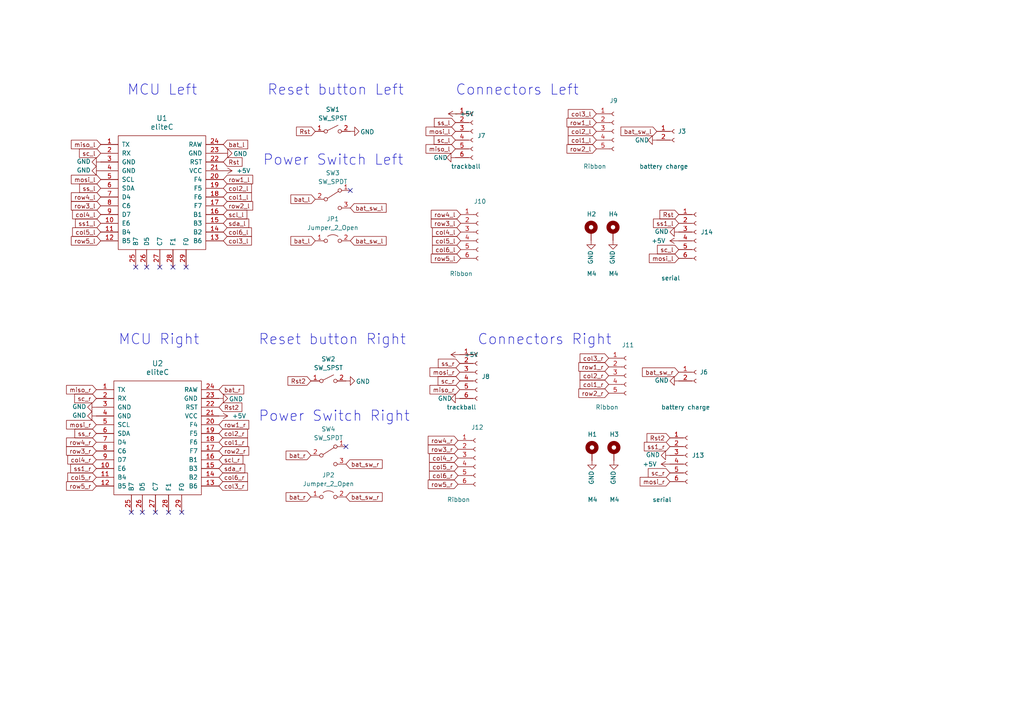
<source format=kicad_sch>
(kicad_sch (version 20230121) (generator eeschema)

  (uuid e63e39d7-6ac0-4ffd-8aa3-1841a4541b55)

  (paper "A4")

  (title_block
    (title "Elite-C holder")
    (date "2022-02-13")
    (rev "2.0")
    (company "BastardKB x KarlK90")
    (comment 1 "Licensed under CERN-OHL-W v2")
  )

  (lib_symbols
    (symbol "Connector:Conn_01x02_Female" (pin_names (offset 1.016) hide) (in_bom yes) (on_board yes)
      (property "Reference" "J" (at 0 2.54 0)
        (effects (font (size 1.27 1.27)))
      )
      (property "Value" "Conn_01x02_Female" (at 0 -5.08 0)
        (effects (font (size 1.27 1.27)))
      )
      (property "Footprint" "" (at 0 0 0)
        (effects (font (size 1.27 1.27)) hide)
      )
      (property "Datasheet" "~" (at 0 0 0)
        (effects (font (size 1.27 1.27)) hide)
      )
      (property "ki_keywords" "connector" (at 0 0 0)
        (effects (font (size 1.27 1.27)) hide)
      )
      (property "ki_description" "Generic connector, single row, 01x02, script generated (kicad-library-utils/schlib/autogen/connector/)" (at 0 0 0)
        (effects (font (size 1.27 1.27)) hide)
      )
      (property "ki_fp_filters" "Connector*:*_1x??_*" (at 0 0 0)
        (effects (font (size 1.27 1.27)) hide)
      )
      (symbol "Conn_01x02_Female_1_1"
        (arc (start 0 -2.032) (mid -0.5058 -2.54) (end 0 -3.048)
          (stroke (width 0.1524) (type default))
          (fill (type none))
        )
        (polyline
          (pts
            (xy -1.27 -2.54)
            (xy -0.508 -2.54)
          )
          (stroke (width 0.1524) (type default))
          (fill (type none))
        )
        (polyline
          (pts
            (xy -1.27 0)
            (xy -0.508 0)
          )
          (stroke (width 0.1524) (type default))
          (fill (type none))
        )
        (arc (start 0 0.508) (mid -0.5058 0) (end 0 -0.508)
          (stroke (width 0.1524) (type default))
          (fill (type none))
        )
        (pin passive line (at -5.08 0 0) (length 3.81)
          (name "Pin_1" (effects (font (size 1.27 1.27))))
          (number "1" (effects (font (size 1.27 1.27))))
        )
        (pin passive line (at -5.08 -2.54 0) (length 3.81)
          (name "Pin_2" (effects (font (size 1.27 1.27))))
          (number "2" (effects (font (size 1.27 1.27))))
        )
      )
    )
    (symbol "Connector:Conn_01x05_Female" (pin_names (offset 1.016) hide) (in_bom yes) (on_board yes)
      (property "Reference" "J" (at 0 7.62 0)
        (effects (font (size 1.27 1.27)))
      )
      (property "Value" "Conn_01x05_Female" (at 0 -7.62 0)
        (effects (font (size 1.27 1.27)))
      )
      (property "Footprint" "" (at 0 0 0)
        (effects (font (size 1.27 1.27)) hide)
      )
      (property "Datasheet" "~" (at 0 0 0)
        (effects (font (size 1.27 1.27)) hide)
      )
      (property "ki_keywords" "connector" (at 0 0 0)
        (effects (font (size 1.27 1.27)) hide)
      )
      (property "ki_description" "Generic connector, single row, 01x05, script generated (kicad-library-utils/schlib/autogen/connector/)" (at 0 0 0)
        (effects (font (size 1.27 1.27)) hide)
      )
      (property "ki_fp_filters" "Connector*:*_1x??_*" (at 0 0 0)
        (effects (font (size 1.27 1.27)) hide)
      )
      (symbol "Conn_01x05_Female_1_1"
        (arc (start 0 -4.572) (mid -0.5058 -5.08) (end 0 -5.588)
          (stroke (width 0.1524) (type default))
          (fill (type none))
        )
        (arc (start 0 -2.032) (mid -0.5058 -2.54) (end 0 -3.048)
          (stroke (width 0.1524) (type default))
          (fill (type none))
        )
        (polyline
          (pts
            (xy -1.27 -5.08)
            (xy -0.508 -5.08)
          )
          (stroke (width 0.1524) (type default))
          (fill (type none))
        )
        (polyline
          (pts
            (xy -1.27 -2.54)
            (xy -0.508 -2.54)
          )
          (stroke (width 0.1524) (type default))
          (fill (type none))
        )
        (polyline
          (pts
            (xy -1.27 0)
            (xy -0.508 0)
          )
          (stroke (width 0.1524) (type default))
          (fill (type none))
        )
        (polyline
          (pts
            (xy -1.27 2.54)
            (xy -0.508 2.54)
          )
          (stroke (width 0.1524) (type default))
          (fill (type none))
        )
        (polyline
          (pts
            (xy -1.27 5.08)
            (xy -0.508 5.08)
          )
          (stroke (width 0.1524) (type default))
          (fill (type none))
        )
        (arc (start 0 0.508) (mid -0.5058 0) (end 0 -0.508)
          (stroke (width 0.1524) (type default))
          (fill (type none))
        )
        (arc (start 0 3.048) (mid -0.5058 2.54) (end 0 2.032)
          (stroke (width 0.1524) (type default))
          (fill (type none))
        )
        (arc (start 0 5.588) (mid -0.5058 5.08) (end 0 4.572)
          (stroke (width 0.1524) (type default))
          (fill (type none))
        )
        (pin passive line (at -5.08 5.08 0) (length 3.81)
          (name "Pin_1" (effects (font (size 1.27 1.27))))
          (number "1" (effects (font (size 1.27 1.27))))
        )
        (pin passive line (at -5.08 2.54 0) (length 3.81)
          (name "Pin_2" (effects (font (size 1.27 1.27))))
          (number "2" (effects (font (size 1.27 1.27))))
        )
        (pin passive line (at -5.08 0 0) (length 3.81)
          (name "Pin_3" (effects (font (size 1.27 1.27))))
          (number "3" (effects (font (size 1.27 1.27))))
        )
        (pin passive line (at -5.08 -2.54 0) (length 3.81)
          (name "Pin_4" (effects (font (size 1.27 1.27))))
          (number "4" (effects (font (size 1.27 1.27))))
        )
        (pin passive line (at -5.08 -5.08 0) (length 3.81)
          (name "Pin_5" (effects (font (size 1.27 1.27))))
          (number "5" (effects (font (size 1.27 1.27))))
        )
      )
    )
    (symbol "Connector:Conn_01x06_Female" (pin_names (offset 1.016) hide) (in_bom yes) (on_board yes)
      (property "Reference" "J" (at 0 7.62 0)
        (effects (font (size 1.27 1.27)))
      )
      (property "Value" "Conn_01x06_Female" (at 0 -10.16 0)
        (effects (font (size 1.27 1.27)))
      )
      (property "Footprint" "" (at 0 0 0)
        (effects (font (size 1.27 1.27)) hide)
      )
      (property "Datasheet" "~" (at 0 0 0)
        (effects (font (size 1.27 1.27)) hide)
      )
      (property "ki_keywords" "connector" (at 0 0 0)
        (effects (font (size 1.27 1.27)) hide)
      )
      (property "ki_description" "Generic connector, single row, 01x06, script generated (kicad-library-utils/schlib/autogen/connector/)" (at 0 0 0)
        (effects (font (size 1.27 1.27)) hide)
      )
      (property "ki_fp_filters" "Connector*:*_1x??_*" (at 0 0 0)
        (effects (font (size 1.27 1.27)) hide)
      )
      (symbol "Conn_01x06_Female_1_1"
        (arc (start 0 -7.112) (mid -0.5058 -7.62) (end 0 -8.128)
          (stroke (width 0.1524) (type default))
          (fill (type none))
        )
        (arc (start 0 -4.572) (mid -0.5058 -5.08) (end 0 -5.588)
          (stroke (width 0.1524) (type default))
          (fill (type none))
        )
        (arc (start 0 -2.032) (mid -0.5058 -2.54) (end 0 -3.048)
          (stroke (width 0.1524) (type default))
          (fill (type none))
        )
        (polyline
          (pts
            (xy -1.27 -7.62)
            (xy -0.508 -7.62)
          )
          (stroke (width 0.1524) (type default))
          (fill (type none))
        )
        (polyline
          (pts
            (xy -1.27 -5.08)
            (xy -0.508 -5.08)
          )
          (stroke (width 0.1524) (type default))
          (fill (type none))
        )
        (polyline
          (pts
            (xy -1.27 -2.54)
            (xy -0.508 -2.54)
          )
          (stroke (width 0.1524) (type default))
          (fill (type none))
        )
        (polyline
          (pts
            (xy -1.27 0)
            (xy -0.508 0)
          )
          (stroke (width 0.1524) (type default))
          (fill (type none))
        )
        (polyline
          (pts
            (xy -1.27 2.54)
            (xy -0.508 2.54)
          )
          (stroke (width 0.1524) (type default))
          (fill (type none))
        )
        (polyline
          (pts
            (xy -1.27 5.08)
            (xy -0.508 5.08)
          )
          (stroke (width 0.1524) (type default))
          (fill (type none))
        )
        (arc (start 0 0.508) (mid -0.5058 0) (end 0 -0.508)
          (stroke (width 0.1524) (type default))
          (fill (type none))
        )
        (arc (start 0 3.048) (mid -0.5058 2.54) (end 0 2.032)
          (stroke (width 0.1524) (type default))
          (fill (type none))
        )
        (arc (start 0 5.588) (mid -0.5058 5.08) (end 0 4.572)
          (stroke (width 0.1524) (type default))
          (fill (type none))
        )
        (pin passive line (at -5.08 5.08 0) (length 3.81)
          (name "Pin_1" (effects (font (size 1.27 1.27))))
          (number "1" (effects (font (size 1.27 1.27))))
        )
        (pin passive line (at -5.08 2.54 0) (length 3.81)
          (name "Pin_2" (effects (font (size 1.27 1.27))))
          (number "2" (effects (font (size 1.27 1.27))))
        )
        (pin passive line (at -5.08 0 0) (length 3.81)
          (name "Pin_3" (effects (font (size 1.27 1.27))))
          (number "3" (effects (font (size 1.27 1.27))))
        )
        (pin passive line (at -5.08 -2.54 0) (length 3.81)
          (name "Pin_4" (effects (font (size 1.27 1.27))))
          (number "4" (effects (font (size 1.27 1.27))))
        )
        (pin passive line (at -5.08 -5.08 0) (length 3.81)
          (name "Pin_5" (effects (font (size 1.27 1.27))))
          (number "5" (effects (font (size 1.27 1.27))))
        )
        (pin passive line (at -5.08 -7.62 0) (length 3.81)
          (name "Pin_6" (effects (font (size 1.27 1.27))))
          (number "6" (effects (font (size 1.27 1.27))))
        )
      )
    )
    (symbol "Connector:Conn_01x06_Socket" (pin_names (offset 1.016) hide) (in_bom yes) (on_board yes)
      (property "Reference" "J" (at 0 7.62 0)
        (effects (font (size 1.27 1.27)))
      )
      (property "Value" "Conn_01x06_Socket" (at 0 -10.16 0)
        (effects (font (size 1.27 1.27)))
      )
      (property "Footprint" "" (at 0 0 0)
        (effects (font (size 1.27 1.27)) hide)
      )
      (property "Datasheet" "~" (at 0 0 0)
        (effects (font (size 1.27 1.27)) hide)
      )
      (property "ki_locked" "" (at 0 0 0)
        (effects (font (size 1.27 1.27)))
      )
      (property "ki_keywords" "connector" (at 0 0 0)
        (effects (font (size 1.27 1.27)) hide)
      )
      (property "ki_description" "Generic connector, single row, 01x06, script generated" (at 0 0 0)
        (effects (font (size 1.27 1.27)) hide)
      )
      (property "ki_fp_filters" "Connector*:*_1x??_*" (at 0 0 0)
        (effects (font (size 1.27 1.27)) hide)
      )
      (symbol "Conn_01x06_Socket_1_1"
        (arc (start 0 -7.112) (mid -0.5058 -7.62) (end 0 -8.128)
          (stroke (width 0.1524) (type default))
          (fill (type none))
        )
        (arc (start 0 -4.572) (mid -0.5058 -5.08) (end 0 -5.588)
          (stroke (width 0.1524) (type default))
          (fill (type none))
        )
        (arc (start 0 -2.032) (mid -0.5058 -2.54) (end 0 -3.048)
          (stroke (width 0.1524) (type default))
          (fill (type none))
        )
        (polyline
          (pts
            (xy -1.27 -7.62)
            (xy -0.508 -7.62)
          )
          (stroke (width 0.1524) (type default))
          (fill (type none))
        )
        (polyline
          (pts
            (xy -1.27 -5.08)
            (xy -0.508 -5.08)
          )
          (stroke (width 0.1524) (type default))
          (fill (type none))
        )
        (polyline
          (pts
            (xy -1.27 -2.54)
            (xy -0.508 -2.54)
          )
          (stroke (width 0.1524) (type default))
          (fill (type none))
        )
        (polyline
          (pts
            (xy -1.27 0)
            (xy -0.508 0)
          )
          (stroke (width 0.1524) (type default))
          (fill (type none))
        )
        (polyline
          (pts
            (xy -1.27 2.54)
            (xy -0.508 2.54)
          )
          (stroke (width 0.1524) (type default))
          (fill (type none))
        )
        (polyline
          (pts
            (xy -1.27 5.08)
            (xy -0.508 5.08)
          )
          (stroke (width 0.1524) (type default))
          (fill (type none))
        )
        (arc (start 0 0.508) (mid -0.5058 0) (end 0 -0.508)
          (stroke (width 0.1524) (type default))
          (fill (type none))
        )
        (arc (start 0 3.048) (mid -0.5058 2.54) (end 0 2.032)
          (stroke (width 0.1524) (type default))
          (fill (type none))
        )
        (arc (start 0 5.588) (mid -0.5058 5.08) (end 0 4.572)
          (stroke (width 0.1524) (type default))
          (fill (type none))
        )
        (pin passive line (at -5.08 5.08 0) (length 3.81)
          (name "Pin_1" (effects (font (size 1.27 1.27))))
          (number "1" (effects (font (size 1.27 1.27))))
        )
        (pin passive line (at -5.08 2.54 0) (length 3.81)
          (name "Pin_2" (effects (font (size 1.27 1.27))))
          (number "2" (effects (font (size 1.27 1.27))))
        )
        (pin passive line (at -5.08 0 0) (length 3.81)
          (name "Pin_3" (effects (font (size 1.27 1.27))))
          (number "3" (effects (font (size 1.27 1.27))))
        )
        (pin passive line (at -5.08 -2.54 0) (length 3.81)
          (name "Pin_4" (effects (font (size 1.27 1.27))))
          (number "4" (effects (font (size 1.27 1.27))))
        )
        (pin passive line (at -5.08 -5.08 0) (length 3.81)
          (name "Pin_5" (effects (font (size 1.27 1.27))))
          (number "5" (effects (font (size 1.27 1.27))))
        )
        (pin passive line (at -5.08 -7.62 0) (length 3.81)
          (name "Pin_6" (effects (font (size 1.27 1.27))))
          (number "6" (effects (font (size 1.27 1.27))))
        )
      )
    )
    (symbol "Jumper:Jumper_2_Open" (pin_names (offset 0) hide) (in_bom yes) (on_board yes)
      (property "Reference" "JP" (at 0 2.794 0)
        (effects (font (size 1.27 1.27)))
      )
      (property "Value" "Jumper_2_Open" (at 0 -2.286 0)
        (effects (font (size 1.27 1.27)))
      )
      (property "Footprint" "" (at 0 0 0)
        (effects (font (size 1.27 1.27)) hide)
      )
      (property "Datasheet" "~" (at 0 0 0)
        (effects (font (size 1.27 1.27)) hide)
      )
      (property "ki_keywords" "Jumper SPST" (at 0 0 0)
        (effects (font (size 1.27 1.27)) hide)
      )
      (property "ki_description" "Jumper, 2-pole, open" (at 0 0 0)
        (effects (font (size 1.27 1.27)) hide)
      )
      (property "ki_fp_filters" "Jumper* TestPoint*2Pads* TestPoint*Bridge*" (at 0 0 0)
        (effects (font (size 1.27 1.27)) hide)
      )
      (symbol "Jumper_2_Open_0_0"
        (circle (center -2.032 0) (radius 0.508)
          (stroke (width 0) (type default))
          (fill (type none))
        )
        (circle (center 2.032 0) (radius 0.508)
          (stroke (width 0) (type default))
          (fill (type none))
        )
      )
      (symbol "Jumper_2_Open_0_1"
        (arc (start 1.524 1.27) (mid 0 1.778) (end -1.524 1.27)
          (stroke (width 0) (type default))
          (fill (type none))
        )
      )
      (symbol "Jumper_2_Open_1_1"
        (pin passive line (at -5.08 0 0) (length 2.54)
          (name "A" (effects (font (size 1.27 1.27))))
          (number "1" (effects (font (size 1.27 1.27))))
        )
        (pin passive line (at 5.08 0 180) (length 2.54)
          (name "B" (effects (font (size 1.27 1.27))))
          (number "2" (effects (font (size 1.27 1.27))))
        )
      )
    )
    (symbol "Mechanical:MountingHole_Pad" (pin_numbers hide) (pin_names (offset 1.016) hide) (in_bom yes) (on_board yes)
      (property "Reference" "H" (at 0 6.35 0)
        (effects (font (size 1.27 1.27)))
      )
      (property "Value" "MountingHole_Pad" (at 0 4.445 0)
        (effects (font (size 1.27 1.27)))
      )
      (property "Footprint" "" (at 0 0 0)
        (effects (font (size 1.27 1.27)) hide)
      )
      (property "Datasheet" "~" (at 0 0 0)
        (effects (font (size 1.27 1.27)) hide)
      )
      (property "ki_keywords" "mounting hole" (at 0 0 0)
        (effects (font (size 1.27 1.27)) hide)
      )
      (property "ki_description" "Mounting Hole with connection" (at 0 0 0)
        (effects (font (size 1.27 1.27)) hide)
      )
      (property "ki_fp_filters" "MountingHole*Pad*" (at 0 0 0)
        (effects (font (size 1.27 1.27)) hide)
      )
      (symbol "MountingHole_Pad_0_1"
        (circle (center 0 1.27) (radius 1.27)
          (stroke (width 1.27) (type default))
          (fill (type none))
        )
      )
      (symbol "MountingHole_Pad_1_1"
        (pin input line (at 0 -2.54 90) (length 2.54)
          (name "1" (effects (font (size 1.27 1.27))))
          (number "1" (effects (font (size 1.27 1.27))))
        )
      )
    )
    (symbol "Switch:SW_SPDT" (pin_names (offset 0) hide) (in_bom yes) (on_board yes)
      (property "Reference" "SW" (at 0 4.318 0)
        (effects (font (size 1.27 1.27)))
      )
      (property "Value" "SW_SPDT" (at 0 -5.08 0)
        (effects (font (size 1.27 1.27)))
      )
      (property "Footprint" "" (at 0 0 0)
        (effects (font (size 1.27 1.27)) hide)
      )
      (property "Datasheet" "~" (at 0 0 0)
        (effects (font (size 1.27 1.27)) hide)
      )
      (property "ki_keywords" "switch single-pole double-throw spdt ON-ON" (at 0 0 0)
        (effects (font (size 1.27 1.27)) hide)
      )
      (property "ki_description" "Switch, single pole double throw" (at 0 0 0)
        (effects (font (size 1.27 1.27)) hide)
      )
      (symbol "SW_SPDT_0_0"
        (circle (center -2.032 0) (radius 0.508)
          (stroke (width 0) (type default))
          (fill (type none))
        )
        (circle (center 2.032 -2.54) (radius 0.508)
          (stroke (width 0) (type default))
          (fill (type none))
        )
      )
      (symbol "SW_SPDT_0_1"
        (polyline
          (pts
            (xy -1.524 0.254)
            (xy 1.651 2.286)
          )
          (stroke (width 0) (type default))
          (fill (type none))
        )
        (circle (center 2.032 2.54) (radius 0.508)
          (stroke (width 0) (type default))
          (fill (type none))
        )
      )
      (symbol "SW_SPDT_1_1"
        (pin passive line (at 5.08 2.54 180) (length 2.54)
          (name "A" (effects (font (size 1.27 1.27))))
          (number "1" (effects (font (size 1.27 1.27))))
        )
        (pin passive line (at -5.08 0 0) (length 2.54)
          (name "B" (effects (font (size 1.27 1.27))))
          (number "2" (effects (font (size 1.27 1.27))))
        )
        (pin passive line (at 5.08 -2.54 180) (length 2.54)
          (name "C" (effects (font (size 1.27 1.27))))
          (number "3" (effects (font (size 1.27 1.27))))
        )
      )
    )
    (symbol "Switch:SW_SPST" (pin_names (offset 0) hide) (in_bom yes) (on_board yes)
      (property "Reference" "SW" (at 0 3.175 0)
        (effects (font (size 1.27 1.27)))
      )
      (property "Value" "SW_SPST" (at 0 -2.54 0)
        (effects (font (size 1.27 1.27)))
      )
      (property "Footprint" "" (at 0 0 0)
        (effects (font (size 1.27 1.27)) hide)
      )
      (property "Datasheet" "~" (at 0 0 0)
        (effects (font (size 1.27 1.27)) hide)
      )
      (property "ki_keywords" "switch lever" (at 0 0 0)
        (effects (font (size 1.27 1.27)) hide)
      )
      (property "ki_description" "Single Pole Single Throw (SPST) switch" (at 0 0 0)
        (effects (font (size 1.27 1.27)) hide)
      )
      (symbol "SW_SPST_0_0"
        (circle (center -2.032 0) (radius 0.508)
          (stroke (width 0) (type default))
          (fill (type none))
        )
        (polyline
          (pts
            (xy -1.524 0.254)
            (xy 1.524 1.778)
          )
          (stroke (width 0) (type default))
          (fill (type none))
        )
        (circle (center 2.032 0) (radius 0.508)
          (stroke (width 0) (type default))
          (fill (type none))
        )
      )
      (symbol "SW_SPST_1_1"
        (pin passive line (at -5.08 0 0) (length 2.54)
          (name "A" (effects (font (size 1.27 1.27))))
          (number "1" (effects (font (size 1.27 1.27))))
        )
        (pin passive line (at 5.08 0 180) (length 2.54)
          (name "B" (effects (font (size 1.27 1.27))))
          (number "2" (effects (font (size 1.27 1.27))))
        )
      )
    )
    (symbol "elite-C:eliteC" (pin_names (offset 1.016)) (in_bom yes) (on_board yes)
      (property "Reference" "U" (at 0 24.13 0)
        (effects (font (size 1.524 1.524)))
      )
      (property "Value" "eliteC" (at 0 -13.97 0)
        (effects (font (size 1.524 1.524)))
      )
      (property "Footprint" "" (at 2.54 -26.67 0)
        (effects (font (size 1.524 1.524)))
      )
      (property "Datasheet" "" (at 2.54 -26.67 0)
        (effects (font (size 1.524 1.524)))
      )
      (symbol "eliteC_0_1"
        (rectangle (start -12.7 21.59) (end 12.7 -11.43)
          (stroke (width 0) (type default))
          (fill (type none))
        )
      )
      (symbol "eliteC_1_1"
        (pin bidirectional line (at -17.78 19.05 0) (length 5.08)
          (name "TX" (effects (font (size 1.27 1.27))))
          (number "1" (effects (font (size 1.27 1.27))))
        )
        (pin bidirectional line (at -17.78 -3.81 0) (length 5.08)
          (name "E6" (effects (font (size 1.27 1.27))))
          (number "10" (effects (font (size 1.27 1.27))))
        )
        (pin bidirectional line (at -17.78 -6.35 0) (length 5.08)
          (name "B4" (effects (font (size 1.27 1.27))))
          (number "11" (effects (font (size 1.27 1.27))))
        )
        (pin bidirectional line (at -17.78 -8.89 0) (length 5.08)
          (name "B5" (effects (font (size 1.27 1.27))))
          (number "12" (effects (font (size 1.27 1.27))))
        )
        (pin bidirectional line (at 17.78 -8.89 180) (length 5.08)
          (name "B6" (effects (font (size 1.27 1.27))))
          (number "13" (effects (font (size 1.27 1.27))))
        )
        (pin bidirectional line (at 17.78 -6.35 180) (length 5.08)
          (name "B2" (effects (font (size 1.27 1.27))))
          (number "14" (effects (font (size 1.27 1.27))))
        )
        (pin bidirectional line (at 17.78 -3.81 180) (length 5.08)
          (name "B3" (effects (font (size 1.27 1.27))))
          (number "15" (effects (font (size 1.27 1.27))))
        )
        (pin bidirectional line (at 17.78 -1.27 180) (length 5.08)
          (name "B1" (effects (font (size 1.27 1.27))))
          (number "16" (effects (font (size 1.27 1.27))))
        )
        (pin bidirectional line (at 17.78 1.27 180) (length 5.08)
          (name "F7" (effects (font (size 1.27 1.27))))
          (number "17" (effects (font (size 1.27 1.27))))
        )
        (pin bidirectional line (at 17.78 3.81 180) (length 5.08)
          (name "F6" (effects (font (size 1.27 1.27))))
          (number "18" (effects (font (size 1.27 1.27))))
        )
        (pin bidirectional line (at 17.78 6.35 180) (length 5.08)
          (name "F5" (effects (font (size 1.27 1.27))))
          (number "19" (effects (font (size 1.27 1.27))))
        )
        (pin bidirectional line (at -17.78 16.51 0) (length 5.08)
          (name "RX" (effects (font (size 1.27 1.27))))
          (number "2" (effects (font (size 1.27 1.27))))
        )
        (pin bidirectional line (at 17.78 8.89 180) (length 5.08)
          (name "F4" (effects (font (size 1.27 1.27))))
          (number "20" (effects (font (size 1.27 1.27))))
        )
        (pin power_in line (at 17.78 11.43 180) (length 5.08)
          (name "VCC" (effects (font (size 1.27 1.27))))
          (number "21" (effects (font (size 1.27 1.27))))
        )
        (pin input line (at 17.78 13.97 180) (length 5.08)
          (name "RST" (effects (font (size 1.27 1.27))))
          (number "22" (effects (font (size 1.27 1.27))))
        )
        (pin power_in line (at 17.78 16.51 180) (length 5.08)
          (name "GND" (effects (font (size 1.27 1.27))))
          (number "23" (effects (font (size 1.27 1.27))))
        )
        (pin power_out line (at 17.78 19.05 180) (length 5.08)
          (name "RAW" (effects (font (size 1.27 1.27))))
          (number "24" (effects (font (size 1.27 1.27))))
        )
        (pin bidirectional line (at -7.62 -16.51 90) (length 5.08)
          (name "B7" (effects (font (size 1.27 1.27))))
          (number "25" (effects (font (size 1.27 1.27))))
        )
        (pin bidirectional line (at -4.445 -16.51 90) (length 5.08)
          (name "D5" (effects (font (size 1.27 1.27))))
          (number "26" (effects (font (size 1.27 1.27))))
        )
        (pin bidirectional line (at -0.635 -16.51 90) (length 5.08)
          (name "C7" (effects (font (size 1.27 1.27))))
          (number "27" (effects (font (size 1.27 1.27))))
        )
        (pin bidirectional line (at 3.175 -16.51 90) (length 5.08)
          (name "F1" (effects (font (size 1.27 1.27))))
          (number "28" (effects (font (size 1.27 1.27))))
        )
        (pin bidirectional line (at 6.985 -16.51 90) (length 5.08)
          (name "F0" (effects (font (size 1.27 1.27))))
          (number "29" (effects (font (size 1.27 1.27))))
        )
        (pin power_in line (at -17.78 13.97 0) (length 5.08)
          (name "GND" (effects (font (size 1.27 1.27))))
          (number "3" (effects (font (size 1.27 1.27))))
        )
        (pin power_in line (at -17.78 11.43 0) (length 5.08)
          (name "GND" (effects (font (size 1.27 1.27))))
          (number "4" (effects (font (size 1.27 1.27))))
        )
        (pin bidirectional line (at -17.78 8.89 0) (length 5.08)
          (name "SCL" (effects (font (size 1.27 1.27))))
          (number "5" (effects (font (size 1.27 1.27))))
        )
        (pin bidirectional line (at -17.78 6.35 0) (length 5.08)
          (name "SDA" (effects (font (size 1.27 1.27))))
          (number "6" (effects (font (size 1.27 1.27))))
        )
        (pin bidirectional line (at -17.78 3.81 0) (length 5.08)
          (name "D4" (effects (font (size 1.27 1.27))))
          (number "7" (effects (font (size 1.27 1.27))))
        )
        (pin bidirectional line (at -17.78 1.27 0) (length 5.08)
          (name "C6" (effects (font (size 1.27 1.27))))
          (number "8" (effects (font (size 1.27 1.27))))
        )
        (pin bidirectional line (at -17.78 -1.27 0) (length 5.08)
          (name "D7" (effects (font (size 1.27 1.27))))
          (number "9" (effects (font (size 1.27 1.27))))
        )
      )
    )
    (symbol "power:+5V" (power) (pin_names (offset 0)) (in_bom yes) (on_board yes)
      (property "Reference" "#PWR" (at 0 -3.81 0)
        (effects (font (size 1.27 1.27)) hide)
      )
      (property "Value" "+5V" (at 0 3.556 0)
        (effects (font (size 1.27 1.27)))
      )
      (property "Footprint" "" (at 0 0 0)
        (effects (font (size 1.27 1.27)) hide)
      )
      (property "Datasheet" "" (at 0 0 0)
        (effects (font (size 1.27 1.27)) hide)
      )
      (property "ki_keywords" "power-flag" (at 0 0 0)
        (effects (font (size 1.27 1.27)) hide)
      )
      (property "ki_description" "Power symbol creates a global label with name \"+5V\"" (at 0 0 0)
        (effects (font (size 1.27 1.27)) hide)
      )
      (symbol "+5V_0_1"
        (polyline
          (pts
            (xy -0.762 1.27)
            (xy 0 2.54)
          )
          (stroke (width 0) (type default))
          (fill (type none))
        )
        (polyline
          (pts
            (xy 0 0)
            (xy 0 2.54)
          )
          (stroke (width 0) (type default))
          (fill (type none))
        )
        (polyline
          (pts
            (xy 0 2.54)
            (xy 0.762 1.27)
          )
          (stroke (width 0) (type default))
          (fill (type none))
        )
      )
      (symbol "+5V_1_1"
        (pin power_in line (at 0 0 90) (length 0) hide
          (name "+5V" (effects (font (size 1.27 1.27))))
          (number "1" (effects (font (size 1.27 1.27))))
        )
      )
    )
    (symbol "power:GND" (power) (pin_names (offset 0)) (in_bom yes) (on_board yes)
      (property "Reference" "#PWR" (at 0 -6.35 0)
        (effects (font (size 1.27 1.27)) hide)
      )
      (property "Value" "GND" (at 0 -3.81 0)
        (effects (font (size 1.27 1.27)))
      )
      (property "Footprint" "" (at 0 0 0)
        (effects (font (size 1.27 1.27)) hide)
      )
      (property "Datasheet" "" (at 0 0 0)
        (effects (font (size 1.27 1.27)) hide)
      )
      (property "ki_keywords" "power-flag" (at 0 0 0)
        (effects (font (size 1.27 1.27)) hide)
      )
      (property "ki_description" "Power symbol creates a global label with name \"GND\" , ground" (at 0 0 0)
        (effects (font (size 1.27 1.27)) hide)
      )
      (symbol "GND_0_1"
        (polyline
          (pts
            (xy 0 0)
            (xy 0 -1.27)
            (xy 1.27 -1.27)
            (xy 0 -2.54)
            (xy -1.27 -1.27)
            (xy 0 -1.27)
          )
          (stroke (width 0) (type default))
          (fill (type none))
        )
      )
      (symbol "GND_1_1"
        (pin power_in line (at 0 0 270) (length 0) hide
          (name "GND" (effects (font (size 1.27 1.27))))
          (number "1" (effects (font (size 1.27 1.27))))
        )
      )
    )
  )


  (no_connect (at 100.33 129.54) (uuid 35a8a8d1-84bb-45bb-9adc-ddd3485b9cb2))
  (no_connect (at 45.085 148.59) (uuid 45db58eb-09f4-4603-955d-aaee99e1424a))
  (no_connect (at 50.165 77.47) (uuid 4f113996-fe7a-48cb-be8e-3ad192f4b520))
  (no_connect (at 101.6 55.245) (uuid 528d215f-b631-4ac9-809a-8a08684f3e3b))
  (no_connect (at 52.705 148.59) (uuid 54d2f265-34e0-4355-a2a2-e31b06863180))
  (no_connect (at 53.975 77.47) (uuid 6e0e1833-ea9a-4817-adfa-6452d0a08086))
  (no_connect (at 42.545 77.47) (uuid 704a4759-dd39-43f8-af05-65207d9ecd0f))
  (no_connect (at 38.1 148.59) (uuid 826c6b2b-f759-4291-abc2-b832d416b85a))
  (no_connect (at 48.895 148.59) (uuid 85b5c622-8973-4b9a-8a96-89e1120dfe8a))
  (no_connect (at 41.275 148.59) (uuid b84f8a7e-0589-456c-becc-9af8aa1aa9f6))
  (no_connect (at 46.355 77.47) (uuid dc176f69-20e7-4041-8581-1cf851f1002f))
  (no_connect (at 39.37 77.47) (uuid f6486f0e-d1e0-40fa-be3e-4d54f9dc67aa))

  (wire (pts (xy 132.08 33.02) (xy 132.588 33.02))
    (stroke (width 0) (type default))
    (uuid 5452ce23-5bfa-4e28-841a-0b642b1c4ef4)
  )

  (text "Power Switch Right" (at 74.93 122.555 0)
    (effects (font (size 3 3)) (justify left bottom))
    (uuid 0040b809-bea3-4368-a715-612b26d290d4)
  )
  (text "Reset button Left" (at 77.47 27.94 0)
    (effects (font (size 3 3)) (justify left bottom))
    (uuid 23ee632f-2031-4cb6-b195-4382d1815258)
  )
  (text "Power Switch Left" (at 76.2 48.26 0)
    (effects (font (size 3 3)) (justify left bottom))
    (uuid 62019ff8-02eb-483b-8986-ee12bcb3c7d7)
  )
  (text "Connectors Left" (at 132.08 27.94 0)
    (effects (font (size 3 3)) (justify left bottom))
    (uuid 64a9aef4-7280-40e8-a0e1-879c3b1bf142)
  )
  (text "Reset button Right" (at 74.93 100.33 0)
    (effects (font (size 3 3)) (justify left bottom))
    (uuid 79b4abfb-c5e1-4526-8032-5a228d451c4d)
  )
  (text "MCU Left" (at 36.83 27.94 0)
    (effects (font (size 3 3)) (justify left bottom))
    (uuid 8e0d7d3a-d6d8-4b8a-98cc-88d437e12930)
  )
  (text "MCU Right" (at 34.29 100.33 0)
    (effects (font (size 3 3)) (justify left bottom))
    (uuid a5b55be5-8b50-4d8f-af2e-f293930a4f5c)
  )
  (text "Connectors Right" (at 138.43 100.33 0)
    (effects (font (size 3 3)) (justify left bottom))
    (uuid f18ea731-27d1-4fa1-a577-d8aa8a0a70c0)
  )

  (global_label "Rst" (shape input) (at 196.85 62.23 180)
    (effects (font (size 1.27 1.27)) (justify right))
    (uuid 005cd875-5a10-4c0e-a629-7f66c29abe3d)
    (property "Intersheetrefs" "${INTERSHEET_REFS}" (at 320.04 132.08 0)
      (effects (font (size 1.27 1.27)) hide)
    )
  )
  (global_label "sc_l" (shape input) (at 132.08 40.64 180)
    (effects (font (size 1.27 1.27)) (justify right))
    (uuid 0067af86-e73c-45e1-8fe4-b9e48f044223)
    (property "Intersheetrefs" "${INTERSHEET_REFS}" (at 127.5502 40.5606 0)
      (effects (font (size 1.27 1.27)) (justify right) hide)
    )
  )
  (global_label "Rst2" (shape input) (at 194.31 127 180)
    (effects (font (size 1.27 1.27)) (justify right))
    (uuid 031be36c-031b-476e-9d2c-67a36c18cdaa)
    (property "Intersheetrefs" "${INTERSHEET_REFS}" (at 317.5 257.81 0)
      (effects (font (size 1.27 1.27)) hide)
    )
  )
  (global_label "miso_r" (shape input) (at 133.35 113.03 180)
    (effects (font (size 1.27 1.27)) (justify right))
    (uuid 03f21629-4eba-4080-9d47-83b55360a066)
    (property "Intersheetrefs" "${INTERSHEET_REFS}" (at 126.4617 112.9506 0)
      (effects (font (size 1.27 1.27)) (justify right) hide)
    )
  )
  (global_label "ss1_r" (shape input) (at 27.94 135.89 180) (fields_autoplaced)
    (effects (font (size 1.27 1.27)) (justify right))
    (uuid 0593a0d1-bb9e-4d49-9d7a-5a40df538795)
    (property "Intersheetrefs" "${INTERSHEET_REFS}" (at 19.8402 135.89 0)
      (effects (font (size 1.27 1.27)) (justify right) hide)
    )
  )
  (global_label "col2_r" (shape input) (at 63.5 125.73 0)
    (effects (font (size 1.27 1.27)) (justify left))
    (uuid 06591f23-7691-48e9-8a51-edfadd01d8b3)
    (property "Intersheetrefs" "${INTERSHEET_REFS}" (at 92.71 170.18 0)
      (effects (font (size 1.27 1.27)) hide)
    )
  )
  (global_label "row4_r" (shape input) (at 27.94 128.27 180)
    (effects (font (size 1.27 1.27)) (justify right))
    (uuid 0a56bb44-d603-4b7b-9284-24a79ea1a065)
    (property "Intersheetrefs" "${INTERSHEET_REFS}" (at -1.27 73.66 0)
      (effects (font (size 1.27 1.27)) hide)
    )
  )
  (global_label "ss_r" (shape input) (at 27.94 125.73 180)
    (effects (font (size 1.27 1.27)) (justify right))
    (uuid 1220fd99-ae96-44bf-bd85-b01eea34b266)
    (property "Intersheetrefs" "${INTERSHEET_REFS}" (at 23.4707 125.6506 0)
      (effects (font (size 1.27 1.27)) (justify right) hide)
    )
  )
  (global_label "row1_r" (shape input) (at 176.53 106.426 180)
    (effects (font (size 1.27 1.27)) (justify right))
    (uuid 1a7f09c9-24a4-46d7-92fb-f0af9e7adc1e)
    (property "Intersheetrefs" "${INTERSHEET_REFS}" (at 147.32 64.516 0)
      (effects (font (size 1.27 1.27)) hide)
    )
  )
  (global_label "col6_l" (shape input) (at 133.604 72.39 180)
    (effects (font (size 1.27 1.27)) (justify right))
    (uuid 1c3fbb03-6b0e-479f-9fd8-fabd20292d52)
    (property "Intersheetrefs" "${INTERSHEET_REFS}" (at 104.394 7.62 0)
      (effects (font (size 1.27 1.27)) hide)
    )
  )
  (global_label "bat_sw_r" (shape input) (at 100.33 134.62 0)
    (effects (font (size 1.27 1.27)) (justify left))
    (uuid 1d4642bf-3ad0-4749-a828-40b8d828b87f)
    (property "Intersheetrefs" "${INTERSHEET_REFS}" (at -22.86 3.81 0)
      (effects (font (size 1.27 1.27)) hide)
    )
  )
  (global_label "row2_l" (shape input) (at 64.77 59.69 0)
    (effects (font (size 1.27 1.27)) (justify left))
    (uuid 1e7c2d21-22bf-4b50-b921-4889583c7810)
    (property "Intersheetrefs" "${INTERSHEET_REFS}" (at 93.98 109.22 0)
      (effects (font (size 1.27 1.27)) hide)
    )
  )
  (global_label "col1_l" (shape input) (at 64.77 57.15 0)
    (effects (font (size 1.27 1.27)) (justify left))
    (uuid 1fd2aeb3-1f4e-48f5-a085-96eef6b271bc)
    (property "Intersheetrefs" "${INTERSHEET_REFS}" (at 93.98 104.14 0)
      (effects (font (size 1.27 1.27)) hide)
    )
  )
  (global_label "col1_r" (shape input) (at 176.53 111.506 180)
    (effects (font (size 1.27 1.27)) (justify right))
    (uuid 274488c6-4e78-4f4a-8158-6f43bfb6a837)
    (property "Intersheetrefs" "${INTERSHEET_REFS}" (at 147.32 64.516 0)
      (effects (font (size 1.27 1.27)) hide)
    )
  )
  (global_label "row1_r" (shape input) (at 63.5 123.19 0)
    (effects (font (size 1.27 1.27)) (justify left))
    (uuid 28dce972-fafd-4ac8-b8d0-ff3e3e001c2c)
    (property "Intersheetrefs" "${INTERSHEET_REFS}" (at 92.71 165.1 0)
      (effects (font (size 1.27 1.27)) hide)
    )
  )
  (global_label "mosi_r" (shape input) (at 27.94 123.19 180)
    (effects (font (size 1.27 1.27)) (justify right))
    (uuid 2c91a646-f06b-4f87-8df9-c2af554a1a24)
    (property "Intersheetrefs" "${INTERSHEET_REFS}" (at 21.0517 123.1106 0)
      (effects (font (size 1.27 1.27)) (justify right) hide)
    )
  )
  (global_label "ss1_l" (shape input) (at 29.21 64.77 180) (fields_autoplaced)
    (effects (font (size 1.27 1.27)) (justify right))
    (uuid 2e79273a-d163-41ba-beb5-0959e455b13b)
    (property "Intersheetrefs" "${INTERSHEET_REFS}" (at 21.2312 64.77 0)
      (effects (font (size 1.27 1.27)) (justify right) hide)
    )
  )
  (global_label "sda_l" (shape input) (at 64.77 64.77 0)
    (effects (font (size 1.27 1.27)) (justify left))
    (uuid 31e6d549-5ae4-49e7-9b5e-fc347b26706e)
    (property "Intersheetrefs" "${INTERSHEET_REFS}" (at 93.98 119.38 0)
      (effects (font (size 1.27 1.27)) hide)
    )
  )
  (global_label "row3_r" (shape input) (at 27.94 130.81 180)
    (effects (font (size 1.27 1.27)) (justify right))
    (uuid 32825ce3-46dd-4961-80ec-8858ef2dc661)
    (property "Intersheetrefs" "${INTERSHEET_REFS}" (at -1.27 73.66 0)
      (effects (font (size 1.27 1.27)) hide)
    )
  )
  (global_label "col1_l" (shape input) (at 172.974 40.64 180)
    (effects (font (size 1.27 1.27)) (justify right))
    (uuid 39b3ce57-4788-4aa8-8812-a5db89e08c53)
    (property "Intersheetrefs" "${INTERSHEET_REFS}" (at 143.764 -6.35 0)
      (effects (font (size 1.27 1.27)) hide)
    )
  )
  (global_label "sda_r" (shape input) (at 63.5 135.89 0)
    (effects (font (size 1.27 1.27)) (justify left))
    (uuid 3ddf23e6-f2a1-43a8-8531-629c78297f2f)
    (property "Intersheetrefs" "${INTERSHEET_REFS}" (at 92.71 190.5 0)
      (effects (font (size 1.27 1.27)) hide)
    )
  )
  (global_label "col4_r" (shape input) (at 27.94 133.35 180)
    (effects (font (size 1.27 1.27)) (justify right))
    (uuid 3fdf1f74-d73d-480c-af8a-06254f6f8754)
    (property "Intersheetrefs" "${INTERSHEET_REFS}" (at -1.27 73.66 0)
      (effects (font (size 1.27 1.27)) hide)
    )
  )
  (global_label "row3_l" (shape input) (at 29.21 59.69 180)
    (effects (font (size 1.27 1.27)) (justify right))
    (uuid 487dd42c-be5e-4ee9-8da9-7bdf5432fac2)
    (property "Intersheetrefs" "${INTERSHEET_REFS}" (at 0 2.54 0)
      (effects (font (size 1.27 1.27)) hide)
    )
  )
  (global_label "row4_l" (shape input) (at 29.21 57.15 180)
    (effects (font (size 1.27 1.27)) (justify right))
    (uuid 48b50ee1-6e1e-4122-8b01-d4ee2658cd5a)
    (property "Intersheetrefs" "${INTERSHEET_REFS}" (at 0 2.54 0)
      (effects (font (size 1.27 1.27)) hide)
    )
  )
  (global_label "col2_l" (shape input) (at 64.77 54.61 0)
    (effects (font (size 1.27 1.27)) (justify left))
    (uuid 4a4427e1-b331-4245-889b-29daed592e2e)
    (property "Intersheetrefs" "${INTERSHEET_REFS}" (at 93.98 99.06 0)
      (effects (font (size 1.27 1.27)) hide)
    )
  )
  (global_label "row2_r" (shape input) (at 63.5 130.81 0)
    (effects (font (size 1.27 1.27)) (justify left))
    (uuid 4fe7b05d-e592-421b-a869-1a6ceb05241d)
    (property "Intersheetrefs" "${INTERSHEET_REFS}" (at 92.71 180.34 0)
      (effects (font (size 1.27 1.27)) hide)
    )
  )
  (global_label "row3_r" (shape input) (at 132.842 130.302 180)
    (effects (font (size 1.27 1.27)) (justify right))
    (uuid 4ffecd08-2346-4ec6-a7ad-5cfb6213acc6)
    (property "Intersheetrefs" "${INTERSHEET_REFS}" (at 103.632 73.152 0)
      (effects (font (size 1.27 1.27)) hide)
    )
  )
  (global_label "Rst2" (shape input) (at 63.5 118.11 0)
    (effects (font (size 1.27 1.27)) (justify left))
    (uuid 5038e144-5119-49db-b6cf-f7c345f1cf03)
    (property "Intersheetrefs" "${INTERSHEET_REFS}" (at -59.69 -12.7 0)
      (effects (font (size 1.27 1.27)) hide)
    )
  )
  (global_label "bat_l" (shape input) (at 91.44 69.85 180)
    (effects (font (size 1.27 1.27)) (justify right))
    (uuid 5075eebf-e18f-43e2-ad28-f6ed41dd35f5)
    (property "Intersheetrefs" "${INTERSHEET_REFS}" (at 214.63 200.66 0)
      (effects (font (size 1.27 1.27)) hide)
    )
  )
  (global_label "row5_l" (shape input) (at 29.21 69.85 180)
    (effects (font (size 1.27 1.27)) (justify right))
    (uuid 538f6011-4342-45ce-a303-25ec826ff7d3)
    (property "Intersheetrefs" "${INTERSHEET_REFS}" (at 0 2.54 0)
      (effects (font (size 1.27 1.27)) hide)
    )
  )
  (global_label "miso_r" (shape input) (at 27.94 113.03 180)
    (effects (font (size 1.27 1.27)) (justify right))
    (uuid 541a954a-31cd-4537-95ca-b8a20c790913)
    (property "Intersheetrefs" "${INTERSHEET_REFS}" (at 21.0517 112.9506 0)
      (effects (font (size 1.27 1.27)) (justify right) hide)
    )
  )
  (global_label "ss_r" (shape input) (at 133.35 105.41 180)
    (effects (font (size 1.27 1.27)) (justify right))
    (uuid 5a96ec7d-775a-4197-bd3a-b35afffc8167)
    (property "Intersheetrefs" "${INTERSHEET_REFS}" (at 128.8807 105.3306 0)
      (effects (font (size 1.27 1.27)) (justify right) hide)
    )
  )
  (global_label "ss1_r" (shape input) (at 194.31 129.54 180) (fields_autoplaced)
    (effects (font (size 1.27 1.27)) (justify right))
    (uuid 5e561324-2eba-4527-b747-f4ba2616142b)
    (property "Intersheetrefs" "${INTERSHEET_REFS}" (at 186.2102 129.54 0)
      (effects (font (size 1.27 1.27)) (justify right) hide)
    )
  )
  (global_label "row5_l" (shape input) (at 133.604 74.93 180)
    (effects (font (size 1.27 1.27)) (justify right))
    (uuid 5e67433d-fc31-405b-8a4c-04d0f1470ccf)
    (property "Intersheetrefs" "${INTERSHEET_REFS}" (at 104.394 7.62 0)
      (effects (font (size 1.27 1.27)) hide)
    )
  )
  (global_label "bat_l" (shape input) (at 64.77 41.91 0)
    (effects (font (size 1.27 1.27)) (justify left))
    (uuid 5f485c11-78d8-4e5c-aa68-7bd7447e31a7)
    (property "Intersheetrefs" "${INTERSHEET_REFS}" (at -58.42 -88.9 0)
      (effects (font (size 1.27 1.27)) hide)
    )
  )
  (global_label "col5_l" (shape input) (at 133.604 69.85 180)
    (effects (font (size 1.27 1.27)) (justify right))
    (uuid 60446f44-d06f-49e9-ab24-2acbb258b961)
    (property "Intersheetrefs" "${INTERSHEET_REFS}" (at 104.394 7.62 0)
      (effects (font (size 1.27 1.27)) hide)
    )
  )
  (global_label "row4_r" (shape input) (at 132.842 127.762 180)
    (effects (font (size 1.27 1.27)) (justify right))
    (uuid 62003daa-7064-45b7-9b1d-ff0c35795429)
    (property "Intersheetrefs" "${INTERSHEET_REFS}" (at 103.632 73.152 0)
      (effects (font (size 1.27 1.27)) hide)
    )
  )
  (global_label "Rst" (shape input) (at 91.44 38.1 180)
    (effects (font (size 1.27 1.27)) (justify right))
    (uuid 6e105729-aba0-497c-a99e-c32d2b3ddb6d)
    (property "Intersheetrefs" "${INTERSHEET_REFS}" (at 29.21 -66.04 0)
      (effects (font (size 1.27 1.27)) hide)
    )
  )
  (global_label "sc_r" (shape input) (at 194.31 137.16 180)
    (effects (font (size 1.27 1.27)) (justify right))
    (uuid 6ead6780-23b1-4a4a-ad70-877eb5a1c7ea)
    (property "Intersheetrefs" "${INTERSHEET_REFS}" (at 189.7802 137.0806 0)
      (effects (font (size 1.27 1.27)) (justify right) hide)
    )
  )
  (global_label "mosi_l" (shape input) (at 196.85 74.93 180)
    (effects (font (size 1.27 1.27)) (justify right))
    (uuid 73632ccb-63cf-4f98-8536-3387a8cdca08)
    (property "Intersheetrefs" "${INTERSHEET_REFS}" (at 189.9617 74.8506 0)
      (effects (font (size 1.27 1.27)) (justify right) hide)
    )
  )
  (global_label "mosi_r" (shape input) (at 133.35 107.95 180)
    (effects (font (size 1.27 1.27)) (justify right))
    (uuid 73c9165c-f8c9-4bfc-a863-4b90e7b2f994)
    (property "Intersheetrefs" "${INTERSHEET_REFS}" (at 126.4617 107.8706 0)
      (effects (font (size 1.27 1.27)) (justify right) hide)
    )
  )
  (global_label "mosi_r" (shape input) (at 194.31 139.7 180)
    (effects (font (size 1.27 1.27)) (justify right))
    (uuid 7642da2b-a513-499f-a4ec-f6b9f5af9bb1)
    (property "Intersheetrefs" "${INTERSHEET_REFS}" (at 187.4217 139.6206 0)
      (effects (font (size 1.27 1.27)) (justify right) hide)
    )
  )
  (global_label "bat_r" (shape input) (at 90.17 132.08 180)
    (effects (font (size 1.27 1.27)) (justify right))
    (uuid 77a083d5-904b-4dec-a1ce-d19ca39dd387)
    (property "Intersheetrefs" "${INTERSHEET_REFS}" (at 213.36 262.89 0)
      (effects (font (size 1.27 1.27)) hide)
    )
  )
  (global_label "col6_l" (shape input) (at 64.77 67.31 0)
    (effects (font (size 1.27 1.27)) (justify left))
    (uuid 7998f0bf-3d95-43af-b014-7ee2d31ee950)
    (property "Intersheetrefs" "${INTERSHEET_REFS}" (at 93.98 132.08 0)
      (effects (font (size 1.27 1.27)) hide)
    )
  )
  (global_label "bat_sw_l" (shape input) (at 190.5 38.1 180)
    (effects (font (size 1.27 1.27)) (justify right))
    (uuid 7b179f26-c757-4b5f-89cd-bd7442484ec9)
    (property "Intersheetrefs" "${INTERSHEET_REFS}" (at 313.69 168.91 0)
      (effects (font (size 1.27 1.27)) hide)
    )
  )
  (global_label "bat_sw_r" (shape input) (at 100.33 144.145 0)
    (effects (font (size 1.27 1.27)) (justify left))
    (uuid 7ba7fe2a-4c89-4e92-be50-544b6f4fd527)
    (property "Intersheetrefs" "${INTERSHEET_REFS}" (at -22.86 13.335 0)
      (effects (font (size 1.27 1.27)) hide)
    )
  )
  (global_label "row1_l" (shape input) (at 172.974 35.56 180)
    (effects (font (size 1.27 1.27)) (justify right))
    (uuid 7f46a1f2-327f-4570-bf56-dd5607ddd899)
    (property "Intersheetrefs" "${INTERSHEET_REFS}" (at 143.764 -6.35 0)
      (effects (font (size 1.27 1.27)) hide)
    )
  )
  (global_label "col3_l" (shape input) (at 64.77 69.85 0)
    (effects (font (size 1.27 1.27)) (justify left))
    (uuid 8d9e7d2b-0398-4a72-a5f9-85c9d28a7794)
    (property "Intersheetrefs" "${INTERSHEET_REFS}" (at 93.98 109.22 0)
      (effects (font (size 1.27 1.27)) hide)
    )
  )
  (global_label "col3_r" (shape input) (at 176.53 103.886 180)
    (effects (font (size 1.27 1.27)) (justify right))
    (uuid 95d37746-fea4-4ddc-889d-34f95027dd00)
    (property "Intersheetrefs" "${INTERSHEET_REFS}" (at 147.32 64.516 0)
      (effects (font (size 1.27 1.27)) hide)
    )
  )
  (global_label "bat_sw_l" (shape input) (at 101.6 60.325 0)
    (effects (font (size 1.27 1.27)) (justify left))
    (uuid 9dcd7391-bcde-455e-bce0-411d744645bb)
    (property "Intersheetrefs" "${INTERSHEET_REFS}" (at -21.59 -70.485 0)
      (effects (font (size 1.27 1.27)) hide)
    )
  )
  (global_label "ss_l" (shape input) (at 29.21 54.61 180)
    (effects (font (size 1.27 1.27)) (justify right))
    (uuid a25a0bdd-1d9a-4cba-b361-f01626ed2933)
    (property "Intersheetrefs" "${INTERSHEET_REFS}" (at 24.7407 54.5306 0)
      (effects (font (size 1.27 1.27)) (justify right) hide)
    )
  )
  (global_label "miso_l" (shape input) (at 29.21 41.91 180)
    (effects (font (size 1.27 1.27)) (justify right))
    (uuid aa575403-a665-4d2e-b343-596e2556c49e)
    (property "Intersheetrefs" "${INTERSHEET_REFS}" (at 22.3217 41.8306 0)
      (effects (font (size 1.27 1.27)) (justify right) hide)
    )
  )
  (global_label "row2_l" (shape input) (at 172.974 43.18 180)
    (effects (font (size 1.27 1.27)) (justify right))
    (uuid ab421fcb-d49d-4e38-9581-c7c27d4536d9)
    (property "Intersheetrefs" "${INTERSHEET_REFS}" (at 143.764 -6.35 0)
      (effects (font (size 1.27 1.27)) hide)
    )
  )
  (global_label "sc_l" (shape input) (at 29.21 44.45 180)
    (effects (font (size 1.27 1.27)) (justify right))
    (uuid ad0ae57f-39f0-4573-9042-84961eeefdb9)
    (property "Intersheetrefs" "${INTERSHEET_REFS}" (at 24.6802 44.3706 0)
      (effects (font (size 1.27 1.27)) (justify right) hide)
    )
  )
  (global_label "sc_r" (shape input) (at 133.35 110.49 180)
    (effects (font (size 1.27 1.27)) (justify right))
    (uuid aec2ff1d-8a49-4b49-90aa-799e5dea80b7)
    (property "Intersheetrefs" "${INTERSHEET_REFS}" (at 128.8202 110.4106 0)
      (effects (font (size 1.27 1.27)) (justify right) hide)
    )
  )
  (global_label "bat_r" (shape input) (at 90.17 144.145 180)
    (effects (font (size 1.27 1.27)) (justify right))
    (uuid b382b9a8-3b57-4f04-b0a7-4c44b7a05944)
    (property "Intersheetrefs" "${INTERSHEET_REFS}" (at 213.36 274.955 0)
      (effects (font (size 1.27 1.27)) hide)
    )
  )
  (global_label "row3_l" (shape input) (at 133.604 64.77 180)
    (effects (font (size 1.27 1.27)) (justify right))
    (uuid b5ae2bfd-9ac9-4e86-a17b-09516d03493d)
    (property "Intersheetrefs" "${INTERSHEET_REFS}" (at 104.394 7.62 0)
      (effects (font (size 1.27 1.27)) hide)
    )
  )
  (global_label "ss_l" (shape input) (at 132.08 35.56 180)
    (effects (font (size 1.27 1.27)) (justify right))
    (uuid b5e2b85f-37c3-47bf-a6ce-5070daaefef1)
    (property "Intersheetrefs" "${INTERSHEET_REFS}" (at 127.6107 35.4806 0)
      (effects (font (size 1.27 1.27)) (justify right) hide)
    )
  )
  (global_label "ss1_l" (shape input) (at 196.85 64.77 180) (fields_autoplaced)
    (effects (font (size 1.27 1.27)) (justify right))
    (uuid b63766c6-2788-47d2-bdb3-e3326b8e7662)
    (property "Intersheetrefs" "${INTERSHEET_REFS}" (at 188.8712 64.77 0)
      (effects (font (size 1.27 1.27)) (justify right) hide)
    )
  )
  (global_label "row1_l" (shape input) (at 64.77 52.07 0)
    (effects (font (size 1.27 1.27)) (justify left))
    (uuid bbeaa755-0272-4f62-bb49-c7d5d6b82a5f)
    (property "Intersheetrefs" "${INTERSHEET_REFS}" (at 93.98 93.98 0)
      (effects (font (size 1.27 1.27)) hide)
    )
  )
  (global_label "col3_l" (shape input) (at 172.974 33.02 180)
    (effects (font (size 1.27 1.27)) (justify right))
    (uuid bd56567c-7522-4330-b9c4-a8f0065bc56a)
    (property "Intersheetrefs" "${INTERSHEET_REFS}" (at 143.764 -6.35 0)
      (effects (font (size 1.27 1.27)) hide)
    )
  )
  (global_label "row5_r" (shape input) (at 132.842 140.462 180)
    (effects (font (size 1.27 1.27)) (justify right))
    (uuid c0f18f67-f4db-421d-ab59-7874eed312bb)
    (property "Intersheetrefs" "${INTERSHEET_REFS}" (at 103.632 73.152 0)
      (effects (font (size 1.27 1.27)) hide)
    )
  )
  (global_label "col3_r" (shape input) (at 63.5 140.97 0)
    (effects (font (size 1.27 1.27)) (justify left))
    (uuid c1b72174-05df-4447-aec8-0f4bda41c446)
    (property "Intersheetrefs" "${INTERSHEET_REFS}" (at 92.71 180.34 0)
      (effects (font (size 1.27 1.27)) hide)
    )
  )
  (global_label "Rst2" (shape input) (at 90.17 110.49 180)
    (effects (font (size 1.27 1.27)) (justify right))
    (uuid c1d83899-e380-49f9-a87d-8e78bc089ebf)
    (property "Intersheetrefs" "${INTERSHEET_REFS}" (at 27.94 -54.61 0)
      (effects (font (size 1.27 1.27)) hide)
    )
  )
  (global_label "bat_r" (shape input) (at 63.5 113.03 0)
    (effects (font (size 1.27 1.27)) (justify left))
    (uuid c4757c3d-1f79-4275-a99b-539c8a12cd66)
    (property "Intersheetrefs" "${INTERSHEET_REFS}" (at -59.69 -17.78 0)
      (effects (font (size 1.27 1.27)) hide)
    )
  )
  (global_label "sc_l" (shape input) (at 196.85 72.39 180)
    (effects (font (size 1.27 1.27)) (justify right))
    (uuid ca06394c-3c4d-43d0-9c70-4d18485dafab)
    (property "Intersheetrefs" "${INTERSHEET_REFS}" (at 192.3202 72.3106 0)
      (effects (font (size 1.27 1.27)) (justify right) hide)
    )
  )
  (global_label "Rst" (shape input) (at 64.77 46.99 0)
    (effects (font (size 1.27 1.27)) (justify left))
    (uuid cbdcaa78-3bbc-413f-91bf-2709119373ce)
    (property "Intersheetrefs" "${INTERSHEET_REFS}" (at -58.42 -22.86 0)
      (effects (font (size 1.27 1.27)) hide)
    )
  )
  (global_label "scl_r" (shape input) (at 63.5 133.35 0)
    (effects (font (size 1.27 1.27)) (justify left))
    (uuid cbf7fef0-d270-46bb-b9e0-bd6f51649b3c)
    (property "Intersheetrefs" "${INTERSHEET_REFS}" (at 92.71 187.96 0)
      (effects (font (size 1.27 1.27)) hide)
    )
  )
  (global_label "row2_r" (shape input) (at 176.53 114.046 180)
    (effects (font (size 1.27 1.27)) (justify right))
    (uuid ce65e2be-4d47-45de-9a15-8ebc06038db3)
    (property "Intersheetrefs" "${INTERSHEET_REFS}" (at 147.32 64.516 0)
      (effects (font (size 1.27 1.27)) hide)
    )
  )
  (global_label "row4_l" (shape input) (at 133.604 62.23 180)
    (effects (font (size 1.27 1.27)) (justify right))
    (uuid d0247daf-f883-4958-9a49-235a1d13c0f1)
    (property "Intersheetrefs" "${INTERSHEET_REFS}" (at 104.394 7.62 0)
      (effects (font (size 1.27 1.27)) hide)
    )
  )
  (global_label "col6_r" (shape input) (at 132.842 137.922 180)
    (effects (font (size 1.27 1.27)) (justify right))
    (uuid d09ce6ad-bbde-4411-b4c3-25a226147bc3)
    (property "Intersheetrefs" "${INTERSHEET_REFS}" (at 103.632 73.152 0)
      (effects (font (size 1.27 1.27)) hide)
    )
  )
  (global_label "col1_r" (shape input) (at 63.5 128.27 0)
    (effects (font (size 1.27 1.27)) (justify left))
    (uuid d1921599-536c-4433-8a16-44756ad06356)
    (property "Intersheetrefs" "${INTERSHEET_REFS}" (at 92.71 175.26 0)
      (effects (font (size 1.27 1.27)) hide)
    )
  )
  (global_label "col5_l" (shape input) (at 29.21 67.31 180)
    (effects (font (size 1.27 1.27)) (justify right))
    (uuid d6444734-88e0-451b-8587-b9ac09bb2234)
    (property "Intersheetrefs" "${INTERSHEET_REFS}" (at 0 5.08 0)
      (effects (font (size 1.27 1.27)) hide)
    )
  )
  (global_label "row5_r" (shape input) (at 27.94 140.97 180)
    (effects (font (size 1.27 1.27)) (justify right))
    (uuid d852087b-8221-4de2-af14-4fdb0b2f2fa2)
    (property "Intersheetrefs" "${INTERSHEET_REFS}" (at -1.27 73.66 0)
      (effects (font (size 1.27 1.27)) hide)
    )
  )
  (global_label "col2_r" (shape input) (at 176.53 108.966 180)
    (effects (font (size 1.27 1.27)) (justify right))
    (uuid dc087788-ed1c-499a-bcd5-8d5d9b083a00)
    (property "Intersheetrefs" "${INTERSHEET_REFS}" (at 147.32 64.516 0)
      (effects (font (size 1.27 1.27)) hide)
    )
  )
  (global_label "bat_sw_l" (shape input) (at 101.6 69.85 0)
    (effects (font (size 1.27 1.27)) (justify left))
    (uuid dcf02d78-c107-43af-b00d-bdfc98d1e2ea)
    (property "Intersheetrefs" "${INTERSHEET_REFS}" (at -21.59 -60.96 0)
      (effects (font (size 1.27 1.27)) hide)
    )
  )
  (global_label "col6_r" (shape input) (at 63.5 138.43 0)
    (effects (font (size 1.27 1.27)) (justify left))
    (uuid de047295-cbef-4a57-b942-206e5c647a45)
    (property "Intersheetrefs" "${INTERSHEET_REFS}" (at 92.71 203.2 0)
      (effects (font (size 1.27 1.27)) hide)
    )
  )
  (global_label "mosi_l" (shape input) (at 29.21 52.07 180)
    (effects (font (size 1.27 1.27)) (justify right))
    (uuid df07e48d-ed24-4d3e-b499-e985788b0bce)
    (property "Intersheetrefs" "${INTERSHEET_REFS}" (at 22.3217 51.9906 0)
      (effects (font (size 1.27 1.27)) (justify right) hide)
    )
  )
  (global_label "bat_sw_r" (shape input) (at 196.85 107.95 180)
    (effects (font (size 1.27 1.27)) (justify right))
    (uuid e2a4b270-6274-460b-a6a0-22b3afa1d428)
    (property "Intersheetrefs" "${INTERSHEET_REFS}" (at 320.04 238.76 0)
      (effects (font (size 1.27 1.27)) hide)
    )
  )
  (global_label "sc_r" (shape input) (at 27.94 115.57 180)
    (effects (font (size 1.27 1.27)) (justify right))
    (uuid e45d806d-6cee-44d7-8853-7c9255ccf704)
    (property "Intersheetrefs" "${INTERSHEET_REFS}" (at 23.4102 115.4906 0)
      (effects (font (size 1.27 1.27)) (justify right) hide)
    )
  )
  (global_label "col5_r" (shape input) (at 27.94 138.43 180)
    (effects (font (size 1.27 1.27)) (justify right))
    (uuid eaa46959-9de7-479b-81ca-7cf1f795e3e5)
    (property "Intersheetrefs" "${INTERSHEET_REFS}" (at -1.27 76.2 0)
      (effects (font (size 1.27 1.27)) hide)
    )
  )
  (global_label "bat_l" (shape input) (at 91.44 57.785 180)
    (effects (font (size 1.27 1.27)) (justify right))
    (uuid eaf789a5-eeaa-48b8-b905-9233c5cb49f1)
    (property "Intersheetrefs" "${INTERSHEET_REFS}" (at 214.63 188.595 0)
      (effects (font (size 1.27 1.27)) hide)
    )
  )
  (global_label "miso_l" (shape input) (at 132.08 43.18 180)
    (effects (font (size 1.27 1.27)) (justify right))
    (uuid edc1bb64-1012-40f8-87b3-7315a152ca52)
    (property "Intersheetrefs" "${INTERSHEET_REFS}" (at 125.1917 43.1006 0)
      (effects (font (size 1.27 1.27)) (justify right) hide)
    )
  )
  (global_label "col4_r" (shape input) (at 132.842 132.842 180)
    (effects (font (size 1.27 1.27)) (justify right))
    (uuid f2622589-ffc3-42ea-92a3-85778ea8b82d)
    (property "Intersheetrefs" "${INTERSHEET_REFS}" (at 103.632 73.152 0)
      (effects (font (size 1.27 1.27)) hide)
    )
  )
  (global_label "scl_l" (shape input) (at 64.77 62.23 0) (fields_autoplaced)
    (effects (font (size 1.27 1.27)) (justify left))
    (uuid f2a7a0b2-2cc5-4d32-a83d-53c8876aa2f0)
    (property "Intersheetrefs" "${INTERSHEET_REFS}" (at 72.1856 62.23 0)
      (effects (font (size 1.27 1.27)) (justify left) hide)
    )
  )
  (global_label "col5_r" (shape input) (at 132.842 135.382 180)
    (effects (font (size 1.27 1.27)) (justify right))
    (uuid f39a273c-e010-4301-9b74-8563ec4f3b6f)
    (property "Intersheetrefs" "${INTERSHEET_REFS}" (at 103.632 73.152 0)
      (effects (font (size 1.27 1.27)) hide)
    )
  )
  (global_label "col4_l" (shape input) (at 133.604 67.31 180)
    (effects (font (size 1.27 1.27)) (justify right))
    (uuid f5e32dcf-4cb3-41ad-a363-3859efd497bd)
    (property "Intersheetrefs" "${INTERSHEET_REFS}" (at 104.394 7.62 0)
      (effects (font (size 1.27 1.27)) hide)
    )
  )
  (global_label "mosi_l" (shape input) (at 132.08 38.1 180)
    (effects (font (size 1.27 1.27)) (justify right))
    (uuid fb430b56-c499-45f7-aa27-9aede76fb8f2)
    (property "Intersheetrefs" "${INTERSHEET_REFS}" (at 125.1917 38.0206 0)
      (effects (font (size 1.27 1.27)) (justify right) hide)
    )
  )
  (global_label "col2_l" (shape input) (at 172.974 38.1 180)
    (effects (font (size 1.27 1.27)) (justify right))
    (uuid fbc33d67-378c-4865-93fe-8195c4fb3efa)
    (property "Intersheetrefs" "${INTERSHEET_REFS}" (at 143.764 -6.35 0)
      (effects (font (size 1.27 1.27)) hide)
    )
  )
  (global_label "col4_l" (shape input) (at 29.21 62.23 180)
    (effects (font (size 1.27 1.27)) (justify right))
    (uuid fe1d2de1-345c-4759-8122-0a737cb5d8e3)
    (property "Intersheetrefs" "${INTERSHEET_REFS}" (at 0 2.54 0)
      (effects (font (size 1.27 1.27)) hide)
    )
  )

  (symbol (lib_id "power:GND") (at 27.94 118.11 270) (unit 1)
    (in_bom yes) (on_board yes) (dnp no)
    (uuid 06258f5c-04a1-4bb3-b682-5de085be2106)
    (property "Reference" "#PWR0101" (at 21.59 118.11 0)
      (effects (font (size 1.27 1.27)) hide)
    )
    (property "Value" "GND" (at 20.9551 117.954 90)
      (effects (font (size 1.27 1.27)) (justify left))
    )
    (property "Footprint" "" (at 27.94 118.11 0)
      (effects (font (size 1.27 1.27)) hide)
    )
    (property "Datasheet" "" (at 27.94 118.11 0)
      (effects (font (size 1.27 1.27)) hide)
    )
    (pin "1" (uuid a2efcc2d-86a7-4492-ad4e-af2f7447ce4b))
    (instances
      (project "adapter"
        (path "/e63e39d7-6ac0-4ffd-8aa3-1841a4541b55"
          (reference "#PWR0101") (unit 1)
        )
      )
    )
  )

  (symbol (lib_id "Switch:SW_SPST") (at 96.52 38.1 0) (unit 1)
    (in_bom yes) (on_board yes) (dnp no)
    (uuid 0b28cd91-b5a2-4261-9655-460b63454a83)
    (property "Reference" "SW1" (at 96.52 31.75 0)
      (effects (font (size 1.27 1.27)))
    )
    (property "Value" "SW_SPST" (at 96.52 34.29 0)
      (effects (font (size 1.27 1.27)))
    )
    (property "Footprint" "Library:PushSwitch" (at 96.52 38.1 0)
      (effects (font (size 1.27 1.27)) hide)
    )
    (property "Datasheet" "~" (at 96.52 38.1 0)
      (effects (font (size 1.27 1.27)) hide)
    )
    (pin "1" (uuid 6595b9c7-02ee-4647-bde5-6b566e35163e))
    (pin "2" (uuid b7199d9b-bebb-4100-9ad3-c2bd31e21d65))
    (instances
      (project "adapter"
        (path "/e63e39d7-6ac0-4ffd-8aa3-1841a4541b55"
          (reference "SW1") (unit 1)
        )
      )
    )
  )

  (symbol (lib_id "elite-C:eliteC") (at 46.99 60.96 0) (unit 1)
    (in_bom yes) (on_board yes) (dnp no)
    (uuid 0b7d3c80-af06-4f19-b8fa-7eb896706fc7)
    (property "Reference" "U1" (at 46.99 34.29 0)
      (effects (font (size 1.524 1.524)))
    )
    (property "Value" "eliteC" (at 46.99 36.83 0)
      (effects (font (size 1.524 1.524)))
    )
    (property "Footprint" "Library:Elite-C" (at 49.53 87.63 0)
      (effects (font (size 1.524 1.524)) hide)
    )
    (property "Datasheet" "" (at 49.53 87.63 0)
      (effects (font (size 1.524 1.524)))
    )
    (pin "1" (uuid b181dbfa-9832-4ef6-ab71-80e85025a6d1))
    (pin "10" (uuid 0e8ab558-edbf-4bdf-adb1-c20a33c2efe1))
    (pin "11" (uuid 9f31e49e-0fae-4444-af40-3b1fa1b1c286))
    (pin "12" (uuid b09e9b80-f533-4d75-8111-6f8dd4c3ee93))
    (pin "13" (uuid 94a622e2-cfd6-44b6-a66c-935420b8ad50))
    (pin "14" (uuid aadf1378-f113-4018-82c7-2eb07f25151b))
    (pin "15" (uuid 0f7aa2c6-6387-4f1f-9197-678ff9df4202))
    (pin "16" (uuid 0be6313d-5157-4c56-b54f-3c5e7ea8d653))
    (pin "17" (uuid 7d043a55-9407-447c-9baf-c441605f3acc))
    (pin "18" (uuid 6b54b4e0-ea1f-468e-9e8a-1b80e6444470))
    (pin "19" (uuid ed8e0e18-e1ef-4476-a0b0-b1b592a79dc3))
    (pin "2" (uuid 9194ff3f-ac15-4331-9f5a-ea12c1d251f4))
    (pin "20" (uuid 5c300c6f-3619-4421-b60f-ccdec009cb28))
    (pin "21" (uuid 4456ca3a-3007-47fc-a066-16852c0e71f5))
    (pin "22" (uuid 21be09f6-6392-45fc-9197-4e7cb0c7eb3e))
    (pin "23" (uuid a09f8386-9d59-446a-bca7-323671202bd9))
    (pin "24" (uuid 292ebf84-ad7e-4a50-8dfb-f79350b5c53b))
    (pin "25" (uuid da2a5f7e-1965-4562-8b21-a8f718321de8))
    (pin "26" (uuid 4d0ef470-5848-46b6-a5fc-a29698cc7a47))
    (pin "27" (uuid 9c6ce241-b077-4656-bc36-f53018dcf3ff))
    (pin "28" (uuid 140b3804-426e-4dc9-8913-e7f991f4e1ee))
    (pin "29" (uuid 984cdaa2-c780-484b-ad5a-66f8a6a4a84e))
    (pin "3" (uuid c28783e7-4c3a-44fa-a834-e44b8a90b154))
    (pin "4" (uuid 272859df-c494-431c-b746-71a545c0780a))
    (pin "5" (uuid 95ab4102-518c-4f41-9ef2-77b6652d4ad3))
    (pin "6" (uuid bdd09ebb-f967-4432-94ba-68b5e44e6e9b))
    (pin "7" (uuid 25601010-72cc-4c44-afd6-33565b5e5edd))
    (pin "8" (uuid 75952c82-bbb3-4986-8c60-f02bab1914c7))
    (pin "9" (uuid 6d6fa202-0dae-4c45-b34b-5632d839c139))
    (instances
      (project "adapter"
        (path "/e63e39d7-6ac0-4ffd-8aa3-1841a4541b55"
          (reference "U1") (unit 1)
        )
      )
    )
  )

  (symbol (lib_id "power:GND") (at 101.6 38.1 90) (unit 1)
    (in_bom yes) (on_board yes) (dnp no)
    (uuid 0fb5852e-fa9a-4aca-88bd-ca22a79eca06)
    (property "Reference" "#PWR0120" (at 107.95 38.1 0)
      (effects (font (size 1.27 1.27)) hide)
    )
    (property "Value" "GND" (at 108.5849 38.256 90)
      (effects (font (size 1.27 1.27)) (justify left))
    )
    (property "Footprint" "" (at 101.6 38.1 0)
      (effects (font (size 1.27 1.27)) hide)
    )
    (property "Datasheet" "" (at 101.6 38.1 0)
      (effects (font (size 1.27 1.27)) hide)
    )
    (pin "1" (uuid e7c252ab-f617-441c-8e48-da3ecc25668b))
    (instances
      (project "adapter"
        (path "/e63e39d7-6ac0-4ffd-8aa3-1841a4541b55"
          (reference "#PWR0120") (unit 1)
        )
      )
    )
  )

  (symbol (lib_id "Mechanical:MountingHole_Pad") (at 171.45 67.183 0) (unit 1)
    (in_bom yes) (on_board yes) (dnp no)
    (uuid 136ee0b2-547d-4472-9999-cef36ddbf04d)
    (property "Reference" "H2" (at 170.18 62.103 0)
      (effects (font (size 1.27 1.27)) (justify left))
    )
    (property "Value" "M4" (at 170.18 79.375 0)
      (effects (font (size 1.27 1.27)) (justify left))
    )
    (property "Footprint" "Library:MountingHole_4mm_Pad_thin" (at 171.45 67.183 0)
      (effects (font (size 1.27 1.27)) hide)
    )
    (property "Datasheet" "~" (at 171.45 67.183 0)
      (effects (font (size 1.27 1.27)) hide)
    )
    (pin "1" (uuid c81edff6-70b7-4a2b-9f85-67427c5a87f3))
    (instances
      (project "adapter"
        (path "/e63e39d7-6ac0-4ffd-8aa3-1841a4541b55"
          (reference "H2") (unit 1)
        )
      )
    )
  )

  (symbol (lib_id "power:+5V") (at 133.35 102.87 90) (unit 1)
    (in_bom yes) (on_board yes) (dnp no) (fields_autoplaced)
    (uuid 172f89b0-b5fe-46ec-bbc8-85136ddc393f)
    (property "Reference" "#PWR0110" (at 137.16 102.87 0)
      (effects (font (size 1.27 1.27)) hide)
    )
    (property "Value" "+5V" (at 134.62 102.87 90)
      (effects (font (size 1.27 1.27)) (justify right))
    )
    (property "Footprint" "" (at 133.35 102.87 0)
      (effects (font (size 1.27 1.27)) hide)
    )
    (property "Datasheet" "" (at 133.35 102.87 0)
      (effects (font (size 1.27 1.27)) hide)
    )
    (pin "1" (uuid c4061a70-9e2f-4de6-b8c5-2d487ec89022))
    (instances
      (project "adapter"
        (path "/e63e39d7-6ac0-4ffd-8aa3-1841a4541b55"
          (reference "#PWR0110") (unit 1)
        )
      )
    )
  )

  (symbol (lib_id "Connector:Conn_01x06_Female") (at 138.43 107.95 0) (unit 1)
    (in_bom yes) (on_board yes) (dnp no)
    (uuid 183a30de-9443-4455-8439-c90fbb2f58ea)
    (property "Reference" "J8" (at 139.7 109.22 0)
      (effects (font (size 1.27 1.27)) (justify left))
    )
    (property "Value" "trackball" (at 129.54 118.11 0)
      (effects (font (size 1.27 1.27)) (justify left))
    )
    (property "Footprint" "Library:6_PinHeader" (at 138.43 107.95 0)
      (effects (font (size 1.27 1.27)) hide)
    )
    (property "Datasheet" "~" (at 138.43 107.95 0)
      (effects (font (size 1.27 1.27)) hide)
    )
    (pin "1" (uuid ed5619b4-05b9-4c82-990a-e9c0d54adabf))
    (pin "2" (uuid cb867352-1ad1-48de-96fb-ab9a52ae38de))
    (pin "3" (uuid 8c23d140-f2ba-4f9b-b2dd-d3fc5d385473))
    (pin "4" (uuid d70a6c07-7771-4e04-89ba-6a6e3fca9d7d))
    (pin "5" (uuid ca585686-a836-4662-ad44-5afb024498fc))
    (pin "6" (uuid 7e681efc-48aa-4c69-9c50-aee2b7f519aa))
    (instances
      (project "adapter"
        (path "/e63e39d7-6ac0-4ffd-8aa3-1841a4541b55"
          (reference "J8") (unit 1)
        )
      )
    )
  )

  (symbol (lib_id "elite-C:eliteC") (at 45.72 132.08 0) (unit 1)
    (in_bom yes) (on_board yes) (dnp no)
    (uuid 19e676d4-390d-4af9-9498-331f5a73cab4)
    (property "Reference" "U2" (at 45.72 105.41 0)
      (effects (font (size 1.524 1.524)))
    )
    (property "Value" "eliteC" (at 45.72 107.95 0)
      (effects (font (size 1.524 1.524)))
    )
    (property "Footprint" "Library:Elite-C" (at 48.26 158.75 0)
      (effects (font (size 1.524 1.524)) hide)
    )
    (property "Datasheet" "" (at 48.26 158.75 0)
      (effects (font (size 1.524 1.524)))
    )
    (pin "1" (uuid 7f43b597-108b-4335-9b80-0feb4d4c69ef))
    (pin "10" (uuid b27510e7-c0d1-4c2a-a266-f56f0446c745))
    (pin "11" (uuid 473e7d86-2823-435e-80fa-ca3447bc3fdc))
    (pin "12" (uuid a2077942-4011-4dc0-9962-d58d67dc82f4))
    (pin "13" (uuid afe53b2e-9a91-4b39-b8e2-5e579aaa167c))
    (pin "14" (uuid 6318bdc4-ea27-457e-8030-20b94b1e8668))
    (pin "15" (uuid 87351bc2-1aa4-456c-a101-13e099a8d221))
    (pin "16" (uuid d01a9cc6-f28c-48d9-a847-35c6d5edfa96))
    (pin "17" (uuid 9fe7d040-5c24-4118-9afb-4ba3cd0abd7b))
    (pin "18" (uuid b557016a-d566-4783-8f62-92331bbc98b4))
    (pin "19" (uuid 06339c0a-9b8a-4eb1-bdde-6ca8d7124742))
    (pin "2" (uuid 982fcccc-50f7-4494-8628-de1e235f661d))
    (pin "20" (uuid ea4edf67-3246-492e-93d6-486449360db2))
    (pin "21" (uuid 4c364fa7-55df-4b87-838f-db21c5de99b3))
    (pin "22" (uuid 89f1422c-e08e-4e36-96bb-26aadea53922))
    (pin "23" (uuid 5961ef4d-354b-4544-89a6-384ccac8a1f0))
    (pin "24" (uuid 9d908de2-7505-4b54-a558-6c71fe69a65a))
    (pin "25" (uuid 7eddb7b1-4d59-4080-92da-f5b6a41dac2e))
    (pin "26" (uuid cb7ffc1b-3cb2-426f-b831-07a26095b29e))
    (pin "27" (uuid 5c378429-9b24-44a9-8c23-a863241e2750))
    (pin "28" (uuid 12d9f166-6d3a-48f3-8581-3de9af9fb9c4))
    (pin "29" (uuid c4ea4f51-7691-4e2c-9291-473a07c5812f))
    (pin "3" (uuid e48b57be-2004-412d-9e40-4910493cf427))
    (pin "4" (uuid 4ca7bf5e-0fb5-4f7f-a656-f6abf97882dc))
    (pin "5" (uuid c3fe8e98-c741-42b2-bffd-809b9acb0d42))
    (pin "6" (uuid 18a29fb8-d143-488f-9d86-1ce1f86a745f))
    (pin "7" (uuid c92b3801-f11f-4108-8971-35b85615021e))
    (pin "8" (uuid 06165453-cbe1-4d6c-91c1-69f15d2e2f05))
    (pin "9" (uuid 47b01410-ff3e-4853-bff2-6a243ed4e66b))
    (instances
      (project "adapter"
        (path "/e63e39d7-6ac0-4ffd-8aa3-1841a4541b55"
          (reference "U2") (unit 1)
        )
      )
    )
  )

  (symbol (lib_id "power:GND") (at 100.33 110.49 90) (unit 1)
    (in_bom yes) (on_board yes) (dnp no)
    (uuid 1ff17bd7-b626-44bc-8715-38b60c6569f2)
    (property "Reference" "#PWR0109" (at 106.68 110.49 0)
      (effects (font (size 1.27 1.27)) hide)
    )
    (property "Value" "GND" (at 107.3149 110.646 90)
      (effects (font (size 1.27 1.27)) (justify left))
    )
    (property "Footprint" "" (at 100.33 110.49 0)
      (effects (font (size 1.27 1.27)) hide)
    )
    (property "Datasheet" "" (at 100.33 110.49 0)
      (effects (font (size 1.27 1.27)) hide)
    )
    (pin "1" (uuid 49ca864f-ea66-415f-863f-a672ce081c3b))
    (instances
      (project "adapter"
        (path "/e63e39d7-6ac0-4ffd-8aa3-1841a4541b55"
          (reference "#PWR0109") (unit 1)
        )
      )
    )
  )

  (symbol (lib_id "Connector:Conn_01x02_Female") (at 201.93 107.95 0) (unit 1)
    (in_bom yes) (on_board yes) (dnp no)
    (uuid 34db1e98-a6f2-4653-b8b4-8bbe37151215)
    (property "Reference" "J6" (at 202.946 107.9499 0)
      (effects (font (size 1.27 1.27)) (justify left))
    )
    (property "Value" "battery charge" (at 191.77 118.11 0)
      (effects (font (size 1.27 1.27)) (justify left))
    )
    (property "Footprint" "Connector_JST:JST_PH_B2B-PH-K_1x02_P2.00mm_Vertical" (at 201.93 107.95 0)
      (effects (font (size 1.27 1.27)) hide)
    )
    (property "Datasheet" "~" (at 201.93 107.95 0)
      (effects (font (size 1.27 1.27)) hide)
    )
    (pin "1" (uuid c9cef481-32d4-4379-9333-b9ef31f015a7))
    (pin "2" (uuid b76e3e1d-22a6-485f-8f6e-9c37d7fdff22))
    (instances
      (project "adapter"
        (path "/e63e39d7-6ac0-4ffd-8aa3-1841a4541b55"
          (reference "J6") (unit 1)
        )
      )
    )
  )

  (symbol (lib_id "Connector:Conn_01x05_Female") (at 181.61 108.966 0) (unit 1)
    (in_bom yes) (on_board yes) (dnp no)
    (uuid 37209227-0c2a-4e4e-955b-20ce601b93fb)
    (property "Reference" "J11" (at 180.34 100.076 0)
      (effects (font (size 1.27 1.27)) (justify left))
    )
    (property "Value" "Ribbon" (at 172.72 118.11 0)
      (effects (font (size 1.27 1.27)) (justify left))
    )
    (property "Footprint" "Library:5_PinHeader" (at 181.61 108.966 0)
      (effects (font (size 1.27 1.27)) hide)
    )
    (property "Datasheet" "~" (at 181.61 108.966 0)
      (effects (font (size 1.27 1.27)) hide)
    )
    (pin "1" (uuid 7b27f8d3-5be4-4bbd-a55b-f477ef27ea0a))
    (pin "2" (uuid d2508af7-fbe5-4c17-9614-4d0ba353c4a6))
    (pin "3" (uuid 586dd629-e05d-4f0e-8cec-def95085b2c0))
    (pin "4" (uuid 0c541b13-593e-419d-b508-df7f97119dcb))
    (pin "5" (uuid aa51c61e-41b2-4b44-8bf1-0a1a64ebd4c6))
    (instances
      (project "adapter"
        (path "/e63e39d7-6ac0-4ffd-8aa3-1841a4541b55"
          (reference "J11") (unit 1)
        )
      )
    )
  )

  (symbol (lib_id "power:+5V") (at 132.588 33.02 90) (unit 1)
    (in_bom yes) (on_board yes) (dnp no)
    (uuid 39380cac-13e4-4fd8-bf29-6d7adad646f0)
    (property "Reference" "#PWR0115" (at 136.398 33.02 0)
      (effects (font (size 1.27 1.27)) hide)
    )
    (property "Value" "+5V" (at 133.35 33.02 90)
      (effects (font (size 1.27 1.27)) (justify right))
    )
    (property "Footprint" "" (at 132.588 33.02 0)
      (effects (font (size 1.27 1.27)) hide)
    )
    (property "Datasheet" "" (at 132.588 33.02 0)
      (effects (font (size 1.27 1.27)) hide)
    )
    (pin "1" (uuid 6c1281f8-da61-4139-9df2-30630006e0b8))
    (instances
      (project "adapter"
        (path "/e63e39d7-6ac0-4ffd-8aa3-1841a4541b55"
          (reference "#PWR0115") (unit 1)
        )
      )
    )
  )

  (symbol (lib_id "power:GND") (at 64.77 44.45 90) (unit 1)
    (in_bom yes) (on_board yes) (dnp no)
    (uuid 393e5c9b-4ede-4990-9aa7-f92b3c62a4d3)
    (property "Reference" "#PWR0117" (at 71.12 44.45 0)
      (effects (font (size 1.27 1.27)) hide)
    )
    (property "Value" "GND" (at 71.7549 44.606 90)
      (effects (font (size 1.27 1.27)) (justify left))
    )
    (property "Footprint" "" (at 64.77 44.45 0)
      (effects (font (size 1.27 1.27)) hide)
    )
    (property "Datasheet" "" (at 64.77 44.45 0)
      (effects (font (size 1.27 1.27)) hide)
    )
    (pin "1" (uuid 9f9ea159-e830-44f2-8866-244c5e249af3))
    (instances
      (project "adapter"
        (path "/e63e39d7-6ac0-4ffd-8aa3-1841a4541b55"
          (reference "#PWR0117") (unit 1)
        )
      )
    )
  )

  (symbol (lib_id "power:GND") (at 171.45 69.723 0) (unit 1)
    (in_bom yes) (on_board yes) (dnp no)
    (uuid 44d9c0e4-0be8-4468-818a-892b53492e5b)
    (property "Reference" "#PWR0129" (at 171.45 76.073 0)
      (effects (font (size 1.27 1.27)) hide)
    )
    (property "Value" "GND" (at 171.294 76.7079 90)
      (effects (font (size 1.27 1.27)) (justify left))
    )
    (property "Footprint" "" (at 171.45 69.723 0)
      (effects (font (size 1.27 1.27)) hide)
    )
    (property "Datasheet" "" (at 171.45 69.723 0)
      (effects (font (size 1.27 1.27)) hide)
    )
    (pin "1" (uuid d3770add-0c56-470e-aba8-0ac4d8920d08))
    (instances
      (project "adapter"
        (path "/e63e39d7-6ac0-4ffd-8aa3-1841a4541b55"
          (reference "#PWR0129") (unit 1)
        )
      )
    )
  )

  (symbol (lib_id "Connector:Conn_01x06_Socket") (at 199.39 132.08 0) (unit 1)
    (in_bom yes) (on_board yes) (dnp no)
    (uuid 49028e32-30bd-47eb-9e53-b83a0a7bf657)
    (property "Reference" "J13" (at 200.66 132.0799 0)
      (effects (font (size 1.27 1.27)) (justify left))
    )
    (property "Value" "serial" (at 189.23 144.907 0)
      (effects (font (size 1.27 1.27)) (justify left))
    )
    (property "Footprint" "Connector_PinSocket_2.54mm:PinSocket_1x06_P2.54mm_Vertical" (at 199.39 132.08 0)
      (effects (font (size 1.27 1.27)) hide)
    )
    (property "Datasheet" "~" (at 199.39 132.08 0)
      (effects (font (size 1.27 1.27)) hide)
    )
    (pin "1" (uuid 3d166f03-359f-4895-8954-24b58a1c6429))
    (pin "2" (uuid b6ac8d4b-6521-4341-8ac8-540ba1b349cd))
    (pin "3" (uuid cc039685-d945-443d-b274-729646031d4f))
    (pin "4" (uuid ae726883-9280-45d3-b453-cee8988747c6))
    (pin "6" (uuid 0d458906-9474-4a7d-8ed7-2f9497bc62d0))
    (pin "5" (uuid 9b389fc4-89f9-44cd-81e6-762cd1e82e9c))
    (instances
      (project "adapter"
        (path "/e63e39d7-6ac0-4ffd-8aa3-1841a4541b55"
          (reference "J13") (unit 1)
        )
      )
    )
  )

  (symbol (lib_id "power:+5V") (at 196.85 69.85 90) (unit 1)
    (in_bom yes) (on_board yes) (dnp no) (fields_autoplaced)
    (uuid 51bdd751-a66f-46b6-9ec4-aec4dec77f99)
    (property "Reference" "#PWR03" (at 200.66 69.85 0)
      (effects (font (size 1.27 1.27)) hide)
    )
    (property "Value" "+5V" (at 193.04 69.85 90)
      (effects (font (size 1.27 1.27)) (justify left))
    )
    (property "Footprint" "" (at 196.85 69.85 0)
      (effects (font (size 1.27 1.27)) hide)
    )
    (property "Datasheet" "" (at 196.85 69.85 0)
      (effects (font (size 1.27 1.27)) hide)
    )
    (pin "1" (uuid 611c7988-8249-4c27-b913-f297673f11bf))
    (instances
      (project "adapter"
        (path "/e63e39d7-6ac0-4ffd-8aa3-1841a4541b55"
          (reference "#PWR03") (unit 1)
        )
      )
    )
  )

  (symbol (lib_id "power:GND") (at 190.5 40.64 270) (unit 1)
    (in_bom yes) (on_board yes) (dnp no)
    (uuid 55979b86-acbc-4334-b6e2-ded57f9cb864)
    (property "Reference" "#PWR0108" (at 184.15 40.64 0)
      (effects (font (size 1.27 1.27)) hide)
    )
    (property "Value" "GND" (at 184.15 40.64 90)
      (effects (font (size 1.27 1.27)) (justify left))
    )
    (property "Footprint" "" (at 190.5 40.64 0)
      (effects (font (size 1.27 1.27)) hide)
    )
    (property "Datasheet" "" (at 190.5 40.64 0)
      (effects (font (size 1.27 1.27)) hide)
    )
    (pin "1" (uuid 39d9e93b-81a3-431f-8b0f-91aaede70b76))
    (instances
      (project "adapter"
        (path "/e63e39d7-6ac0-4ffd-8aa3-1841a4541b55"
          (reference "#PWR0108") (unit 1)
        )
      )
    )
  )

  (symbol (lib_id "Mechanical:MountingHole_Pad") (at 177.8 67.183 0) (unit 1)
    (in_bom yes) (on_board yes) (dnp no)
    (uuid 55bb1772-19f3-49a9-85d0-13c31cff72b9)
    (property "Reference" "H4" (at 176.53 62.103 0)
      (effects (font (size 1.27 1.27)) (justify left))
    )
    (property "Value" "M4" (at 176.53 79.375 0)
      (effects (font (size 1.27 1.27)) (justify left))
    )
    (property "Footprint" "Library:MountingHole_4mm_Pad_thin" (at 177.8 67.183 0)
      (effects (font (size 1.27 1.27)) hide)
    )
    (property "Datasheet" "~" (at 177.8 67.183 0)
      (effects (font (size 1.27 1.27)) hide)
    )
    (pin "1" (uuid f1d14401-8fc5-4fad-9a61-c8fc875ab8de))
    (instances
      (project "adapter"
        (path "/e63e39d7-6ac0-4ffd-8aa3-1841a4541b55"
          (reference "H4") (unit 1)
        )
      )
    )
  )

  (symbol (lib_id "power:GND") (at 194.31 132.08 270) (unit 1)
    (in_bom yes) (on_board yes) (dnp no)
    (uuid 579014e8-8744-40c1-aac1-008295364453)
    (property "Reference" "#PWR02" (at 187.96 132.08 0)
      (effects (font (size 1.27 1.27)) hide)
    )
    (property "Value" "GND" (at 187.3251 131.924 90)
      (effects (font (size 1.27 1.27)) (justify left))
    )
    (property "Footprint" "" (at 194.31 132.08 0)
      (effects (font (size 1.27 1.27)) hide)
    )
    (property "Datasheet" "" (at 194.31 132.08 0)
      (effects (font (size 1.27 1.27)) hide)
    )
    (pin "1" (uuid d4dbfa9a-c5dc-49d5-b232-c7d9e99a303d))
    (instances
      (project "adapter"
        (path "/e63e39d7-6ac0-4ffd-8aa3-1841a4541b55"
          (reference "#PWR02") (unit 1)
        )
      )
    )
  )

  (symbol (lib_id "Mechanical:MountingHole_Pad") (at 171.704 131.064 0) (unit 1)
    (in_bom yes) (on_board yes) (dnp no)
    (uuid 5fd9df76-c43d-4796-94f7-754293d94a80)
    (property "Reference" "H1" (at 170.434 125.984 0)
      (effects (font (size 1.27 1.27)) (justify left))
    )
    (property "Value" "M4" (at 170.434 144.907 0)
      (effects (font (size 1.27 1.27)) (justify left))
    )
    (property "Footprint" "Library:MountingHole_4mm_Pad_thin" (at 171.704 131.064 0)
      (effects (font (size 1.27 1.27)) hide)
    )
    (property "Datasheet" "~" (at 171.704 131.064 0)
      (effects (font (size 1.27 1.27)) hide)
    )
    (pin "1" (uuid a59e9f72-de56-4684-940e-72508e777e71))
    (instances
      (project "adapter"
        (path "/e63e39d7-6ac0-4ffd-8aa3-1841a4541b55"
          (reference "H1") (unit 1)
        )
      )
    )
  )

  (symbol (lib_id "power:GND") (at 63.5 115.57 90) (unit 1)
    (in_bom yes) (on_board yes) (dnp no)
    (uuid 699af016-4ffe-4f63-a93f-ea7e7e020c07)
    (property "Reference" "#PWR0112" (at 69.85 115.57 0)
      (effects (font (size 1.27 1.27)) hide)
    )
    (property "Value" "GND" (at 70.4849 115.726 90)
      (effects (font (size 1.27 1.27)) (justify left))
    )
    (property "Footprint" "" (at 63.5 115.57 0)
      (effects (font (size 1.27 1.27)) hide)
    )
    (property "Datasheet" "" (at 63.5 115.57 0)
      (effects (font (size 1.27 1.27)) hide)
    )
    (pin "1" (uuid 31879ec3-ea0d-4786-b54d-bf6d91582b15))
    (instances
      (project "adapter"
        (path "/e63e39d7-6ac0-4ffd-8aa3-1841a4541b55"
          (reference "#PWR0112") (unit 1)
        )
      )
    )
  )

  (symbol (lib_id "Connector:Conn_01x02_Female") (at 195.58 38.1 0) (unit 1)
    (in_bom yes) (on_board yes) (dnp no)
    (uuid 6afec823-4e19-4f9a-a174-3fabb349aa58)
    (property "Reference" "J3" (at 196.596 38.0999 0)
      (effects (font (size 1.27 1.27)) (justify left))
    )
    (property "Value" "battery charge" (at 185.42 48.26 0)
      (effects (font (size 1.27 1.27)) (justify left))
    )
    (property "Footprint" "Connector_JST:JST_PH_B2B-PH-K_1x02_P2.00mm_Vertical" (at 195.58 38.1 0)
      (effects (font (size 1.27 1.27)) hide)
    )
    (property "Datasheet" "~" (at 195.58 38.1 0)
      (effects (font (size 1.27 1.27)) hide)
    )
    (pin "1" (uuid 76307877-93d9-4c0f-a5f9-0aed627694c8))
    (pin "2" (uuid ea6b98e2-a2ec-4613-9464-fbb4b8668dde))
    (instances
      (project "adapter"
        (path "/e63e39d7-6ac0-4ffd-8aa3-1841a4541b55"
          (reference "J3") (unit 1)
        )
      )
    )
  )

  (symbol (lib_id "power:GND") (at 27.94 120.65 270) (unit 1)
    (in_bom yes) (on_board yes) (dnp no)
    (uuid 6c49c1ae-4f25-4d32-8558-e4c9a8edc95a)
    (property "Reference" "#PWR0107" (at 21.59 120.65 0)
      (effects (font (size 1.27 1.27)) hide)
    )
    (property "Value" "GND" (at 20.9551 120.494 90)
      (effects (font (size 1.27 1.27)) (justify left))
    )
    (property "Footprint" "" (at 27.94 120.65 0)
      (effects (font (size 1.27 1.27)) hide)
    )
    (property "Datasheet" "" (at 27.94 120.65 0)
      (effects (font (size 1.27 1.27)) hide)
    )
    (pin "1" (uuid b29cc2fc-b58e-429b-8a99-ecc22a29e870))
    (instances
      (project "adapter"
        (path "/e63e39d7-6ac0-4ffd-8aa3-1841a4541b55"
          (reference "#PWR0107") (unit 1)
        )
      )
    )
  )

  (symbol (lib_id "Connector:Conn_01x06_Female") (at 137.922 132.842 0) (unit 1)
    (in_bom yes) (on_board yes) (dnp no)
    (uuid 806b7ed8-0ebd-4622-acf9-2f43c73782ff)
    (property "Reference" "J12" (at 136.652 123.952 0)
      (effects (font (size 1.27 1.27)) (justify left))
    )
    (property "Value" "Ribbon" (at 129.667 144.907 0)
      (effects (font (size 1.27 1.27)) (justify left))
    )
    (property "Footprint" "Library:6_PinHeader" (at 137.922 132.842 0)
      (effects (font (size 1.27 1.27)) hide)
    )
    (property "Datasheet" "~" (at 137.922 132.842 0)
      (effects (font (size 1.27 1.27)) hide)
    )
    (pin "1" (uuid aa0bb0be-fdca-48aa-9f41-f05a78a456be))
    (pin "2" (uuid cc0eb4be-c383-47ef-a8dc-ca1634265538))
    (pin "3" (uuid 2a2655ac-1db3-4f55-8d49-475217f79a94))
    (pin "4" (uuid 9910b010-3f39-4136-8b9d-26a77d1275e5))
    (pin "5" (uuid e954a504-0a29-4afa-b096-55a5f7b6ef9e))
    (pin "6" (uuid 32e6c7e6-693c-429e-81be-ebf3e2402b03))
    (instances
      (project "adapter"
        (path "/e63e39d7-6ac0-4ffd-8aa3-1841a4541b55"
          (reference "J12") (unit 1)
        )
      )
    )
  )

  (symbol (lib_id "Switch:SW_SPST") (at 95.25 110.49 0) (unit 1)
    (in_bom yes) (on_board yes) (dnp no)
    (uuid 85502c42-8a9f-4e63-b1e8-9ce2c223a817)
    (property "Reference" "SW2" (at 95.25 104.14 0)
      (effects (font (size 1.27 1.27)))
    )
    (property "Value" "SW_SPST" (at 95.25 106.68 0)
      (effects (font (size 1.27 1.27)))
    )
    (property "Footprint" "Library:PushSwitch" (at 95.25 110.49 0)
      (effects (font (size 1.27 1.27)) hide)
    )
    (property "Datasheet" "~" (at 95.25 110.49 0)
      (effects (font (size 1.27 1.27)) hide)
    )
    (pin "1" (uuid 730b670c-9bcf-4dcd-9a8d-fcaa61fb0955))
    (pin "2" (uuid abe07c9a-17c3-43b5-b7a6-ae867ac27ea7))
    (instances
      (project "adapter"
        (path "/e63e39d7-6ac0-4ffd-8aa3-1841a4541b55"
          (reference "SW2") (unit 1)
        )
      )
    )
  )

  (symbol (lib_id "power:GND") (at 171.704 133.604 0) (unit 1)
    (in_bom yes) (on_board yes) (dnp no)
    (uuid 85e5261e-9a83-47b0-b1ae-2bb35569d032)
    (property "Reference" "#PWR0134" (at 171.704 139.954 0)
      (effects (font (size 1.27 1.27)) hide)
    )
    (property "Value" "GND" (at 171.548 140.5889 90)
      (effects (font (size 1.27 1.27)) (justify left))
    )
    (property "Footprint" "" (at 171.704 133.604 0)
      (effects (font (size 1.27 1.27)) hide)
    )
    (property "Datasheet" "" (at 171.704 133.604 0)
      (effects (font (size 1.27 1.27)) hide)
    )
    (pin "1" (uuid 5853da9c-dfba-4e08-ab79-4a142c6fd510))
    (instances
      (project "adapter"
        (path "/e63e39d7-6ac0-4ffd-8aa3-1841a4541b55"
          (reference "#PWR0134") (unit 1)
        )
      )
    )
  )

  (symbol (lib_id "power:GND") (at 133.35 115.57 270) (unit 1)
    (in_bom yes) (on_board yes) (dnp no)
    (uuid 88a584c7-5564-4dd3-9737-b7e58b94f631)
    (property "Reference" "#PWR0111" (at 127 115.57 0)
      (effects (font (size 1.27 1.27)) hide)
    )
    (property "Value" "GND" (at 127 115.57 90)
      (effects (font (size 1.27 1.27)) (justify left))
    )
    (property "Footprint" "" (at 133.35 115.57 0)
      (effects (font (size 1.27 1.27)) hide)
    )
    (property "Datasheet" "" (at 133.35 115.57 0)
      (effects (font (size 1.27 1.27)) hide)
    )
    (pin "1" (uuid eb1226f6-b3e2-4a59-b5c9-97b1b967de78))
    (instances
      (project "adapter"
        (path "/e63e39d7-6ac0-4ffd-8aa3-1841a4541b55"
          (reference "#PWR0111") (unit 1)
        )
      )
    )
  )

  (symbol (lib_id "power:GND") (at 196.85 110.49 270) (unit 1)
    (in_bom yes) (on_board yes) (dnp no)
    (uuid 96b1a2d1-21fb-40f6-be4e-96597124dd21)
    (property "Reference" "#PWR0106" (at 190.5 110.49 0)
      (effects (font (size 1.27 1.27)) hide)
    )
    (property "Value" "GND" (at 189.8651 110.334 90)
      (effects (font (size 1.27 1.27)) (justify left))
    )
    (property "Footprint" "" (at 196.85 110.49 0)
      (effects (font (size 1.27 1.27)) hide)
    )
    (property "Datasheet" "" (at 196.85 110.49 0)
      (effects (font (size 1.27 1.27)) hide)
    )
    (pin "1" (uuid b3f9fc22-fcef-4d15-8514-95826c864881))
    (instances
      (project "adapter"
        (path "/e63e39d7-6ac0-4ffd-8aa3-1841a4541b55"
          (reference "#PWR0106") (unit 1)
        )
      )
    )
  )

  (symbol (lib_id "Jumper:Jumper_2_Open") (at 95.25 144.145 0) (unit 1)
    (in_bom yes) (on_board yes) (dnp no) (fields_autoplaced)
    (uuid 97235106-d87c-4148-aed0-6b2b055fa954)
    (property "Reference" "JP2" (at 95.25 137.795 0)
      (effects (font (size 1.27 1.27)))
    )
    (property "Value" "Jumper_2_Open" (at 95.25 140.335 0)
      (effects (font (size 1.27 1.27)))
    )
    (property "Footprint" "Library:power_switch_jumper" (at 95.25 144.145 0)
      (effects (font (size 1.27 1.27)) hide)
    )
    (property "Datasheet" "~" (at 95.25 144.145 0)
      (effects (font (size 1.27 1.27)) hide)
    )
    (pin "1" (uuid 8ac104fc-274c-4178-a981-94e9743dfa5f))
    (pin "2" (uuid 12cdcc64-8f6d-4397-be09-92eed000404d))
    (instances
      (project "adapter"
        (path "/e63e39d7-6ac0-4ffd-8aa3-1841a4541b55"
          (reference "JP2") (unit 1)
        )
      )
    )
  )

  (symbol (lib_id "Switch:SW_SPDT") (at 96.52 57.785 0) (unit 1)
    (in_bom yes) (on_board yes) (dnp no) (fields_autoplaced)
    (uuid 98c78e4b-d903-4593-b532-0226993b168a)
    (property "Reference" "SW3" (at 96.52 50.165 0)
      (effects (font (size 1.27 1.27)))
    )
    (property "Value" "SW_SPDT" (at 96.52 52.705 0)
      (effects (font (size 1.27 1.27)))
    )
    (property "Footprint" "Library:SW_SPDT+H-MSK12C01_hor(7pin_SMD)" (at 96.52 57.785 0)
      (effects (font (size 1.27 1.27)) hide)
    )
    (property "Datasheet" "~" (at 96.52 57.785 0)
      (effects (font (size 1.27 1.27)) hide)
    )
    (pin "1" (uuid a2cf185f-4b83-488e-bbf6-59c95c224fd1))
    (pin "2" (uuid 48b27370-8f02-487c-a59a-d918d615d265))
    (pin "3" (uuid fcbf9144-a35a-49ab-b45f-a8910ee8648f))
    (instances
      (project "adapter"
        (path "/e63e39d7-6ac0-4ffd-8aa3-1841a4541b55"
          (reference "SW3") (unit 1)
        )
      )
    )
  )

  (symbol (lib_id "Connector:Conn_01x06_Socket") (at 201.93 67.31 0) (unit 1)
    (in_bom yes) (on_board yes) (dnp no)
    (uuid 9cdc04e7-a7c1-410b-8dd7-1b5a287afb98)
    (property "Reference" "J14" (at 203.2 67.3099 0)
      (effects (font (size 1.27 1.27)) (justify left))
    )
    (property "Value" "serial" (at 191.77 80.645 0)
      (effects (font (size 1.27 1.27)) (justify left))
    )
    (property "Footprint" "Connector_PinHeader_2.54mm:PinHeader_1x06_P2.54mm_Vertical" (at 201.93 67.31 0)
      (effects (font (size 1.27 1.27)) hide)
    )
    (property "Datasheet" "~" (at 201.93 67.31 0)
      (effects (font (size 1.27 1.27)) hide)
    )
    (pin "1" (uuid 28f5d24e-b605-4fad-9e07-a157526f5710))
    (pin "2" (uuid cba11463-444d-4fb1-9f76-b3065c51a98b))
    (pin "3" (uuid e51830a2-6dc5-4f13-834b-b490ff3a07e5))
    (pin "4" (uuid fd27925d-9b2e-4663-bdb7-e46b9715b801))
    (pin "6" (uuid dee8f7cd-bd55-47aa-9674-4b2ed14510c5))
    (pin "5" (uuid 456a1846-ae98-4504-9457-b3904989c259))
    (instances
      (project "adapter"
        (path "/e63e39d7-6ac0-4ffd-8aa3-1841a4541b55"
          (reference "J14") (unit 1)
        )
      )
    )
  )

  (symbol (lib_id "power:+5V") (at 63.5 120.65 270) (unit 1)
    (in_bom yes) (on_board yes) (dnp no) (fields_autoplaced)
    (uuid 9e1b47a0-4fcd-4f42-891f-58f9dfc866e2)
    (property "Reference" "#PWR0113" (at 59.69 120.65 0)
      (effects (font (size 1.27 1.27)) hide)
    )
    (property "Value" "+5V" (at 67.31 120.6499 90)
      (effects (font (size 1.27 1.27)) (justify left))
    )
    (property "Footprint" "" (at 63.5 120.65 0)
      (effects (font (size 1.27 1.27)) hide)
    )
    (property "Datasheet" "" (at 63.5 120.65 0)
      (effects (font (size 1.27 1.27)) hide)
    )
    (pin "1" (uuid 77522af3-acdc-455e-a97b-b9571fcf6c63))
    (instances
      (project "adapter"
        (path "/e63e39d7-6ac0-4ffd-8aa3-1841a4541b55"
          (reference "#PWR0113") (unit 1)
        )
      )
    )
  )

  (symbol (lib_id "Mechanical:MountingHole_Pad") (at 178.054 131.064 0) (unit 1)
    (in_bom yes) (on_board yes) (dnp no)
    (uuid 9f706ebd-cf77-48d0-8c98-81d9f909fc2c)
    (property "Reference" "H3" (at 176.784 125.984 0)
      (effects (font (size 1.27 1.27)) (justify left))
    )
    (property "Value" "M4" (at 176.784 144.907 0)
      (effects (font (size 1.27 1.27)) (justify left))
    )
    (property "Footprint" "Library:MountingHole_4mm_Pad_thin" (at 178.054 131.064 0)
      (effects (font (size 1.27 1.27)) hide)
    )
    (property "Datasheet" "~" (at 178.054 131.064 0)
      (effects (font (size 1.27 1.27)) hide)
    )
    (pin "1" (uuid 37ecaa25-edb2-4fa2-bde3-4a15d7ca662e))
    (instances
      (project "adapter"
        (path "/e63e39d7-6ac0-4ffd-8aa3-1841a4541b55"
          (reference "H3") (unit 1)
        )
      )
    )
  )

  (symbol (lib_id "power:+5V") (at 64.77 49.53 270) (unit 1)
    (in_bom yes) (on_board yes) (dnp no) (fields_autoplaced)
    (uuid 9fc379ab-0495-414a-859e-c520357e5350)
    (property "Reference" "#PWR0116" (at 60.96 49.53 0)
      (effects (font (size 1.27 1.27)) hide)
    )
    (property "Value" "+5V" (at 68.58 49.5299 90)
      (effects (font (size 1.27 1.27)) (justify left))
    )
    (property "Footprint" "" (at 64.77 49.53 0)
      (effects (font (size 1.27 1.27)) hide)
    )
    (property "Datasheet" "" (at 64.77 49.53 0)
      (effects (font (size 1.27 1.27)) hide)
    )
    (pin "1" (uuid 8392bfd4-7943-4a76-8811-c97f6aff3f71))
    (instances
      (project "adapter"
        (path "/e63e39d7-6ac0-4ffd-8aa3-1841a4541b55"
          (reference "#PWR0116") (unit 1)
        )
      )
    )
  )

  (symbol (lib_id "power:+5V") (at 194.31 134.62 90) (unit 1)
    (in_bom yes) (on_board yes) (dnp no) (fields_autoplaced)
    (uuid a4e006c9-db2a-44fc-8e95-bb46f14e1ab9)
    (property "Reference" "#PWR04" (at 198.12 134.62 0)
      (effects (font (size 1.27 1.27)) hide)
    )
    (property "Value" "+5V" (at 190.5 134.62 90)
      (effects (font (size 1.27 1.27)) (justify left))
    )
    (property "Footprint" "" (at 194.31 134.62 0)
      (effects (font (size 1.27 1.27)) hide)
    )
    (property "Datasheet" "" (at 194.31 134.62 0)
      (effects (font (size 1.27 1.27)) hide)
    )
    (pin "1" (uuid c434634f-f37c-470e-8217-ea14eac9d2e0))
    (instances
      (project "adapter"
        (path "/e63e39d7-6ac0-4ffd-8aa3-1841a4541b55"
          (reference "#PWR04") (unit 1)
        )
      )
    )
  )

  (symbol (lib_id "Connector:Conn_01x05_Female") (at 178.054 38.1 0) (unit 1)
    (in_bom yes) (on_board yes) (dnp no)
    (uuid a9a007b9-d613-4bc8-910a-c8f3ce8e581f)
    (property "Reference" "J9" (at 176.784 29.21 0)
      (effects (font (size 1.27 1.27)) (justify left))
    )
    (property "Value" "Ribbon" (at 169.164 48.26 0)
      (effects (font (size 1.27 1.27)) (justify left))
    )
    (property "Footprint" "Library:5_PinHeader" (at 178.054 38.1 0)
      (effects (font (size 1.27 1.27)) hide)
    )
    (property "Datasheet" "~" (at 178.054 38.1 0)
      (effects (font (size 1.27 1.27)) hide)
    )
    (pin "1" (uuid 41c36818-fa50-4fb4-8a66-edf29ca8519c))
    (pin "2" (uuid a4f64921-f3d5-4c46-878a-337a6c787dd8))
    (pin "3" (uuid 47476406-4d27-4820-aefe-eb91485cd792))
    (pin "4" (uuid fe2d217b-1ab1-4937-8f16-3f6744a80d77))
    (pin "5" (uuid 75e832fd-88eb-4067-bbd9-7df3ab0587c3))
    (instances
      (project "adapter"
        (path "/e63e39d7-6ac0-4ffd-8aa3-1841a4541b55"
          (reference "J9") (unit 1)
        )
      )
    )
  )

  (symbol (lib_id "Connector:Conn_01x06_Female") (at 137.16 38.1 0) (unit 1)
    (in_bom yes) (on_board yes) (dnp no)
    (uuid cba721a4-de47-434b-81cb-99308b8e1199)
    (property "Reference" "J7" (at 138.43 39.37 0)
      (effects (font (size 1.27 1.27)) (justify left))
    )
    (property "Value" "trackball" (at 130.81 48.26 0)
      (effects (font (size 1.27 1.27)) (justify left))
    )
    (property "Footprint" "Library:6_PinHeader" (at 137.16 38.1 0)
      (effects (font (size 1.27 1.27)) hide)
    )
    (property "Datasheet" "~" (at 137.16 38.1 0)
      (effects (font (size 1.27 1.27)) hide)
    )
    (pin "1" (uuid 92cb6fe8-73ea-47f4-8d6e-3816d88a3b78))
    (pin "2" (uuid ca349c8b-1499-4f19-b4d8-a8f386635fd8))
    (pin "3" (uuid 60c65948-3d83-4f6b-ba81-a1a3071ff33d))
    (pin "4" (uuid a7e740ae-edab-4047-8cbd-cc52f0cdd8e3))
    (pin "5" (uuid 9b7ff758-a5a1-4cd3-b86c-9ab2c8b8e20d))
    (pin "6" (uuid b2a101a2-2245-44ca-9d89-419262a6aed1))
    (instances
      (project "adapter"
        (path "/e63e39d7-6ac0-4ffd-8aa3-1841a4541b55"
          (reference "J7") (unit 1)
        )
      )
    )
  )

  (symbol (lib_id "Switch:SW_SPDT") (at 95.25 132.08 0) (unit 1)
    (in_bom yes) (on_board yes) (dnp no) (fields_autoplaced)
    (uuid d42d09e1-94fc-45bb-a8b7-6de60c186ef7)
    (property "Reference" "SW4" (at 95.25 124.46 0)
      (effects (font (size 1.27 1.27)))
    )
    (property "Value" "SW_SPDT" (at 95.25 127 0)
      (effects (font (size 1.27 1.27)))
    )
    (property "Footprint" "Library:SW_SPDT+H-MSK12C01_hor(7pin_SMD)" (at 95.25 132.08 0)
      (effects (font (size 1.27 1.27)) hide)
    )
    (property "Datasheet" "~" (at 95.25 132.08 0)
      (effects (font (size 1.27 1.27)) hide)
    )
    (pin "1" (uuid 84c54e25-f12a-4684-8482-1ba718680fe2))
    (pin "2" (uuid 0fa48323-29fc-45b4-b39b-5107c197be65))
    (pin "3" (uuid 8a776035-44d7-419f-aa4a-b621dd62b75c))
    (instances
      (project "adapter"
        (path "/e63e39d7-6ac0-4ffd-8aa3-1841a4541b55"
          (reference "SW4") (unit 1)
        )
      )
    )
  )

  (symbol (lib_id "power:GND") (at 177.8 69.723 0) (unit 1)
    (in_bom yes) (on_board yes) (dnp no)
    (uuid d4693a64-bcce-471d-90c3-175c7c1b85e8)
    (property "Reference" "#PWR0130" (at 177.8 76.073 0)
      (effects (font (size 1.27 1.27)) hide)
    )
    (property "Value" "GND" (at 177.644 76.7079 90)
      (effects (font (size 1.27 1.27)) (justify left))
    )
    (property "Footprint" "" (at 177.8 69.723 0)
      (effects (font (size 1.27 1.27)) hide)
    )
    (property "Datasheet" "" (at 177.8 69.723 0)
      (effects (font (size 1.27 1.27)) hide)
    )
    (pin "1" (uuid 84b20ac0-58a3-4cfd-8d8b-c0c58ae9fad2))
    (instances
      (project "adapter"
        (path "/e63e39d7-6ac0-4ffd-8aa3-1841a4541b55"
          (reference "#PWR0130") (unit 1)
        )
      )
    )
  )

  (symbol (lib_id "power:GND") (at 132.08 45.72 270) (unit 1)
    (in_bom yes) (on_board yes) (dnp no)
    (uuid f2bd0182-8af2-4b3f-bf54-1f8c87d0e8f1)
    (property "Reference" "#PWR0114" (at 125.73 45.72 0)
      (effects (font (size 1.27 1.27)) hide)
    )
    (property "Value" "GND" (at 125.73 45.72 90)
      (effects (font (size 1.27 1.27)) (justify left))
    )
    (property "Footprint" "" (at 132.08 45.72 0)
      (effects (font (size 1.27 1.27)) hide)
    )
    (property "Datasheet" "" (at 132.08 45.72 0)
      (effects (font (size 1.27 1.27)) hide)
    )
    (pin "1" (uuid 9f9c858d-ae50-47a5-bb26-1966e8d53cb9))
    (instances
      (project "adapter"
        (path "/e63e39d7-6ac0-4ffd-8aa3-1841a4541b55"
          (reference "#PWR0114") (unit 1)
        )
      )
    )
  )

  (symbol (lib_id "power:GND") (at 196.85 67.31 270) (unit 1)
    (in_bom yes) (on_board yes) (dnp no)
    (uuid f56181b8-df89-45dd-9c2f-9d7e503ab511)
    (property "Reference" "#PWR01" (at 190.5 67.31 0)
      (effects (font (size 1.27 1.27)) hide)
    )
    (property "Value" "GND" (at 189.8651 67.154 90)
      (effects (font (size 1.27 1.27)) (justify left))
    )
    (property "Footprint" "" (at 196.85 67.31 0)
      (effects (font (size 1.27 1.27)) hide)
    )
    (property "Datasheet" "" (at 196.85 67.31 0)
      (effects (font (size 1.27 1.27)) hide)
    )
    (pin "1" (uuid 49bd80aa-9f6c-4a7b-a2bb-4ebfcb72f2ee))
    (instances
      (project "adapter"
        (path "/e63e39d7-6ac0-4ffd-8aa3-1841a4541b55"
          (reference "#PWR01") (unit 1)
        )
      )
    )
  )

  (symbol (lib_id "Connector:Conn_01x06_Female") (at 138.684 67.31 0) (unit 1)
    (in_bom yes) (on_board yes) (dnp no)
    (uuid f65e9d44-be93-44d4-85df-b75de93b4295)
    (property "Reference" "J10" (at 137.414 58.42 0)
      (effects (font (size 1.27 1.27)) (justify left))
    )
    (property "Value" "Ribbon" (at 130.429 79.375 0)
      (effects (font (size 1.27 1.27)) (justify left))
    )
    (property "Footprint" "Library:6_PinHeader" (at 138.684 67.31 0)
      (effects (font (size 1.27 1.27)) hide)
    )
    (property "Datasheet" "~" (at 138.684 67.31 0)
      (effects (font (size 1.27 1.27)) hide)
    )
    (pin "1" (uuid d88980b9-9d38-4870-95a4-bb6465e92c26))
    (pin "2" (uuid 47ecc48e-2891-421f-887b-8cfca1104c0a))
    (pin "3" (uuid 54cefa6b-8d74-4689-8016-3fae6da8d4dc))
    (pin "4" (uuid ab2163be-385c-49c1-84b2-d21172b217d2))
    (pin "5" (uuid da98a90c-a8ad-4955-ac32-20748eb25336))
    (pin "6" (uuid 1f2c79e5-42ed-499a-bab5-a417b1c561d3))
    (instances
      (project "adapter"
        (path "/e63e39d7-6ac0-4ffd-8aa3-1841a4541b55"
          (reference "J10") (unit 1)
        )
      )
    )
  )

  (symbol (lib_id "power:GND") (at 29.21 46.99 270) (unit 1)
    (in_bom yes) (on_board yes) (dnp no)
    (uuid f72c7563-77fd-4312-bf69-a4974b04f813)
    (property "Reference" "#PWR0118" (at 22.86 46.99 0)
      (effects (font (size 1.27 1.27)) hide)
    )
    (property "Value" "GND" (at 22.2251 46.834 90)
      (effects (font (size 1.27 1.27)) (justify left))
    )
    (property "Footprint" "" (at 29.21 46.99 0)
      (effects (font (size 1.27 1.27)) hide)
    )
    (property "Datasheet" "" (at 29.21 46.99 0)
      (effects (font (size 1.27 1.27)) hide)
    )
    (pin "1" (uuid b2bb2d2f-dda6-4597-937a-f0a81c17f072))
    (instances
      (project "adapter"
        (path "/e63e39d7-6ac0-4ffd-8aa3-1841a4541b55"
          (reference "#PWR0118") (unit 1)
        )
      )
    )
  )

  (symbol (lib_id "Jumper:Jumper_2_Open") (at 96.52 69.85 0) (unit 1)
    (in_bom yes) (on_board yes) (dnp no) (fields_autoplaced)
    (uuid f76693f6-314b-40e8-874f-8a0105319bc0)
    (property "Reference" "JP1" (at 96.52 63.5 0)
      (effects (font (size 1.27 1.27)))
    )
    (property "Value" "Jumper_2_Open" (at 96.52 66.04 0)
      (effects (font (size 1.27 1.27)))
    )
    (property "Footprint" "Library:power_switch_jumper" (at 96.52 69.85 0)
      (effects (font (size 1.27 1.27)) hide)
    )
    (property "Datasheet" "~" (at 96.52 69.85 0)
      (effects (font (size 1.27 1.27)) hide)
    )
    (pin "1" (uuid 10bf33aa-4d25-4b11-afb6-8f5ddb015186))
    (pin "2" (uuid 8bb3365e-a398-4afc-9d2a-e3437d8b58de))
    (instances
      (project "adapter"
        (path "/e63e39d7-6ac0-4ffd-8aa3-1841a4541b55"
          (reference "JP1") (unit 1)
        )
      )
    )
  )

  (symbol (lib_id "power:GND") (at 178.054 133.604 0) (unit 1)
    (in_bom yes) (on_board yes) (dnp no)
    (uuid f8d5bd87-31cf-4193-abac-de5e3227d6ac)
    (property "Reference" "#PWR0133" (at 178.054 139.954 0)
      (effects (font (size 1.27 1.27)) hide)
    )
    (property "Value" "GND" (at 177.898 140.5889 90)
      (effects (font (size 1.27 1.27)) (justify left))
    )
    (property "Footprint" "" (at 178.054 133.604 0)
      (effects (font (size 1.27 1.27)) hide)
    )
    (property "Datasheet" "" (at 178.054 133.604 0)
      (effects (font (size 1.27 1.27)) hide)
    )
    (pin "1" (uuid c2feb851-7df6-4917-b4ed-eb40fd8a21a4))
    (instances
      (project "adapter"
        (path "/e63e39d7-6ac0-4ffd-8aa3-1841a4541b55"
          (reference "#PWR0133") (unit 1)
        )
      )
    )
  )

  (symbol (lib_id "power:GND") (at 29.21 49.53 270) (unit 1)
    (in_bom yes) (on_board yes) (dnp no)
    (uuid fb9260fc-a64d-4db8-8185-5968a1dd7b10)
    (property "Reference" "#PWR0119" (at 22.86 49.53 0)
      (effects (font (size 1.27 1.27)) hide)
    )
    (property "Value" "GND" (at 22.2251 49.374 90)
      (effects (font (size 1.27 1.27)) (justify left))
    )
    (property "Footprint" "" (at 29.21 49.53 0)
      (effects (font (size 1.27 1.27)) hide)
    )
    (property "Datasheet" "" (at 29.21 49.53 0)
      (effects (font (size 1.27 1.27)) hide)
    )
    (pin "1" (uuid 11703db9-7d65-4271-81db-da9b2945be83))
    (instances
      (project "adapter"
        (path "/e63e39d7-6ac0-4ffd-8aa3-1841a4541b55"
          (reference "#PWR0119") (unit 1)
        )
      )
    )
  )

  (sheet_instances
    (path "/" (page "1"))
  )
)

</source>
